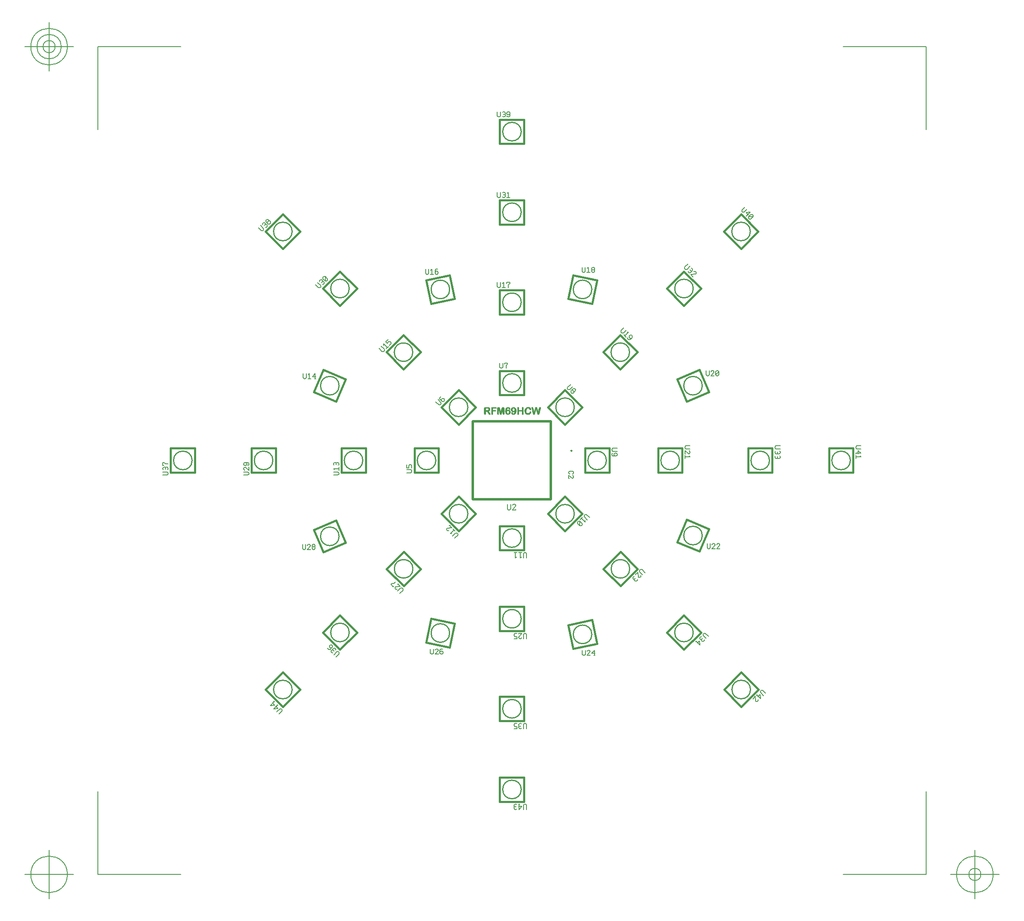
<source format=gbr>
G04 Generated by Ultiboard 14.1 *
%FSLAX24Y24*%
%MOIN*%

%ADD10C,0.0001*%
%ADD11C,0.0067*%
%ADD12C,0.0150*%
%ADD13C,0.0100*%
%ADD14C,0.0080*%
%ADD15C,0.0001*%
%ADD16C,0.0200*%
%ADD17C,0.0061*%
%ADD18C,0.0098*%
%ADD19C,0.0050*%


G04 ColorRGB FFFFFF for the following layer *
%LNSilkscreen Top*%
%LPD*%
G54D10*
G54D11*
X32341Y41214D02*
X32341Y40871D01*
X32427Y40785D01*
X32512Y40785D01*
X32597Y40871D01*
X32597Y41214D01*
X32853Y40785D02*
X32853Y41000D01*
X32981Y41128D01*
X32981Y41214D01*
X32725Y41214D01*
X32725Y41128D01*
X32149Y47734D02*
X32149Y47391D01*
X32235Y47305D01*
X32320Y47305D01*
X32405Y47391D01*
X32405Y47734D01*
X32576Y47648D02*
X32661Y47734D01*
X32661Y47305D01*
X32533Y47305D02*
X32789Y47305D01*
X33045Y47305D02*
X33045Y47520D01*
X33173Y47648D01*
X33173Y47734D01*
X32917Y47734D01*
X32917Y47648D01*
X32149Y55004D02*
X32149Y54661D01*
X32235Y54575D01*
X32320Y54575D01*
X32405Y54661D01*
X32405Y55004D01*
X32576Y54961D02*
X32619Y55004D01*
X32704Y55004D01*
X32789Y54918D01*
X32789Y54832D01*
X32747Y54790D01*
X32789Y54747D01*
X32789Y54661D01*
X32704Y54575D01*
X32619Y54575D01*
X32576Y54618D01*
X32619Y54790D02*
X32747Y54790D01*
X32960Y54918D02*
X33045Y55004D01*
X33045Y54575D01*
X32917Y54575D02*
X33173Y54575D01*
X32149Y61514D02*
X32149Y61171D01*
X32235Y61085D01*
X32320Y61085D01*
X32405Y61171D01*
X32405Y61514D01*
X32576Y61471D02*
X32619Y61514D01*
X32704Y61514D01*
X32789Y61428D01*
X32789Y61342D01*
X32747Y61300D01*
X32789Y61257D01*
X32789Y61171D01*
X32704Y61085D01*
X32619Y61085D01*
X32576Y61128D01*
X32619Y61300D02*
X32747Y61300D01*
X32917Y61171D02*
X33003Y61085D01*
X33088Y61085D01*
X33173Y61171D01*
X33173Y61342D01*
X33173Y61428D01*
X33088Y61514D01*
X33003Y61514D01*
X32917Y61428D01*
X32917Y61342D01*
X33003Y61257D01*
X33088Y61257D01*
X33173Y61342D01*
X28717Y27058D02*
X28960Y27300D01*
X28960Y27421D01*
X28900Y27481D01*
X28779Y27481D01*
X28536Y27239D01*
X28476Y27420D02*
X28355Y27420D01*
X28658Y27723D01*
X28749Y27632D02*
X28568Y27813D01*
X28235Y27661D02*
X28114Y27661D01*
X28054Y27721D01*
X28054Y27842D01*
X28084Y27873D01*
X28477Y27904D01*
X28296Y28085D01*
X28266Y28054D01*
X39592Y28727D02*
X39350Y28970D01*
X39229Y28970D01*
X39169Y28910D01*
X39169Y28789D01*
X39411Y28546D01*
X39230Y28486D02*
X39230Y28365D01*
X38927Y28668D01*
X39018Y28759D02*
X38837Y28578D01*
X38989Y28245D02*
X38989Y28124D01*
X38929Y28064D01*
X38808Y28064D01*
X38626Y28246D01*
X38626Y28367D01*
X38686Y28427D01*
X38807Y28427D01*
X38989Y28245D01*
X38808Y28064D02*
X38807Y28427D01*
X27183Y38079D02*
X27426Y37836D01*
X27547Y37836D01*
X27607Y37896D01*
X27607Y38017D01*
X27364Y38260D01*
X27606Y38501D02*
X27515Y38410D01*
X27515Y38289D01*
X27637Y38168D01*
X27697Y38108D01*
X27818Y38107D01*
X27879Y38168D01*
X27878Y38289D01*
X27818Y38349D01*
X27697Y38349D01*
X27636Y38289D01*
X27637Y38168D01*
X38059Y39477D02*
X37816Y39234D01*
X37816Y39113D01*
X37876Y39053D01*
X37997Y39053D01*
X38240Y39296D01*
X38148Y38781D02*
X38087Y38842D01*
X38088Y38963D01*
X38148Y39023D01*
X38209Y39023D01*
X38209Y39084D01*
X38269Y39145D01*
X38390Y39145D01*
X38451Y39084D01*
X38450Y38964D01*
X38390Y38903D01*
X38329Y38903D01*
X38329Y38842D01*
X38269Y38782D01*
X38148Y38781D01*
X38209Y39023D02*
X38329Y38903D01*
X41819Y34329D02*
X41476Y34329D01*
X41390Y34243D01*
X41390Y34158D01*
X41476Y34073D01*
X41819Y34073D01*
X41476Y33945D02*
X41390Y33859D01*
X41390Y33774D01*
X41476Y33689D01*
X41647Y33689D01*
X41733Y33689D01*
X41819Y33774D01*
X41819Y33859D01*
X41733Y33945D01*
X41647Y33945D01*
X41562Y33859D01*
X41562Y33774D01*
X41647Y33689D01*
X47714Y34521D02*
X47371Y34521D01*
X47285Y34435D01*
X47285Y34350D01*
X47371Y34265D01*
X47714Y34265D01*
X47628Y34137D02*
X47714Y34051D01*
X47714Y33966D01*
X47628Y33881D01*
X47585Y33881D01*
X47285Y34137D01*
X47285Y33881D01*
X47328Y33881D01*
X47628Y33710D02*
X47714Y33625D01*
X47285Y33625D01*
X47285Y33753D02*
X47285Y33497D01*
X34511Y5146D02*
X34511Y5489D01*
X34425Y5575D01*
X34340Y5575D01*
X34255Y5489D01*
X34255Y5146D01*
X33871Y5403D02*
X34127Y5403D01*
X33913Y5146D01*
X33913Y5575D01*
X33956Y5575D02*
X33871Y5575D01*
X33700Y5189D02*
X33657Y5146D01*
X33572Y5146D01*
X33487Y5232D01*
X33487Y5318D01*
X33529Y5360D01*
X33487Y5403D01*
X33487Y5489D01*
X33572Y5575D01*
X33657Y5575D01*
X33700Y5532D01*
X33657Y5360D02*
X33529Y5360D01*
X34511Y11666D02*
X34511Y12009D01*
X34425Y12095D01*
X34340Y12095D01*
X34255Y12009D01*
X34255Y11666D01*
X34084Y11709D02*
X34041Y11666D01*
X33956Y11666D01*
X33871Y11752D01*
X33871Y11838D01*
X33913Y11880D01*
X33871Y11923D01*
X33871Y12009D01*
X33956Y12095D01*
X34041Y12095D01*
X34084Y12052D01*
X34041Y11880D02*
X33913Y11880D01*
X33487Y11666D02*
X33743Y11666D01*
X33743Y11838D01*
X33572Y11838D01*
X33487Y11923D01*
X33487Y12009D01*
X33572Y12095D01*
X33743Y12095D01*
X14527Y12858D02*
X14770Y13100D01*
X14770Y13221D01*
X14710Y13281D01*
X14589Y13281D01*
X14346Y13039D01*
X14257Y13492D02*
X14438Y13311D01*
X14105Y13280D01*
X14408Y13583D01*
X14438Y13553D02*
X14378Y13613D01*
X13985Y13763D02*
X14166Y13582D01*
X13833Y13551D01*
X14136Y13854D01*
X14167Y13824D02*
X14106Y13885D01*
X53812Y14527D02*
X53570Y14770D01*
X53449Y14770D01*
X53389Y14710D01*
X53389Y14589D01*
X53631Y14346D01*
X53178Y14257D02*
X53359Y14438D01*
X53390Y14105D01*
X53087Y14408D01*
X53117Y14438D02*
X53057Y14378D01*
X53209Y14045D02*
X53209Y13924D01*
X53149Y13864D01*
X53028Y13864D01*
X52997Y13894D01*
X52966Y14287D01*
X52785Y14106D01*
X52816Y14076D01*
X19137Y17468D02*
X19380Y17710D01*
X19380Y17831D01*
X19320Y17891D01*
X19199Y17891D01*
X18956Y17649D01*
X18866Y17800D02*
X18805Y17799D01*
X18745Y17860D01*
X18745Y17981D01*
X18806Y18041D01*
X18866Y18041D01*
X18867Y18102D01*
X18927Y18163D01*
X19048Y18163D01*
X19108Y18102D01*
X19108Y18042D01*
X18957Y17951D02*
X18866Y18041D01*
X18443Y18161D02*
X18534Y18071D01*
X18655Y18071D01*
X18776Y18192D01*
X18837Y18253D01*
X18837Y18374D01*
X18777Y18434D01*
X18656Y18434D01*
X18595Y18373D01*
X18595Y18252D01*
X18655Y18192D01*
X18776Y18192D01*
X26747Y18117D02*
X26747Y17774D01*
X26832Y17689D01*
X26917Y17689D01*
X27003Y17774D01*
X27003Y18117D01*
X27131Y18031D02*
X27216Y18117D01*
X27301Y18117D01*
X27387Y18031D01*
X27387Y17989D01*
X27131Y17689D01*
X27387Y17689D01*
X27387Y17731D01*
X27728Y18117D02*
X27600Y18117D01*
X27515Y18031D01*
X27515Y17860D01*
X27515Y17774D01*
X27600Y17689D01*
X27685Y17689D01*
X27771Y17774D01*
X27771Y17860D01*
X27685Y17946D01*
X27600Y17946D01*
X27515Y17860D01*
X39006Y18017D02*
X39006Y17674D01*
X39091Y17589D01*
X39177Y17589D01*
X39262Y17674D01*
X39262Y18017D01*
X39390Y17931D02*
X39475Y18017D01*
X39561Y18017D01*
X39646Y17931D01*
X39646Y17889D01*
X39390Y17589D01*
X39646Y17589D01*
X39646Y17631D01*
X40030Y17760D02*
X39774Y17760D01*
X39987Y18017D01*
X39987Y17589D01*
X39945Y17589D02*
X40030Y17589D01*
X49192Y19137D02*
X48950Y19380D01*
X48829Y19380D01*
X48769Y19320D01*
X48769Y19199D01*
X49011Y18956D01*
X48860Y18866D02*
X48861Y18805D01*
X48800Y18745D01*
X48679Y18745D01*
X48619Y18806D01*
X48619Y18866D01*
X48558Y18867D01*
X48497Y18927D01*
X48497Y19048D01*
X48558Y19108D01*
X48618Y19108D01*
X48709Y18957D02*
X48619Y18866D01*
X48287Y18595D02*
X48468Y18776D01*
X48499Y18443D01*
X48196Y18746D01*
X48226Y18777D02*
X48165Y18716D01*
X34511Y18936D02*
X34511Y19279D01*
X34425Y19365D01*
X34340Y19365D01*
X34255Y19279D01*
X34255Y18936D01*
X34127Y19022D02*
X34041Y18936D01*
X33956Y18936D01*
X33871Y19022D01*
X33871Y19065D01*
X34127Y19365D01*
X33871Y19365D01*
X33871Y19322D01*
X33487Y18936D02*
X33743Y18936D01*
X33743Y19108D01*
X33572Y19108D01*
X33487Y19193D01*
X33487Y19279D01*
X33572Y19365D01*
X33743Y19365D01*
X24277Y22608D02*
X24520Y22850D01*
X24520Y22971D01*
X24460Y23031D01*
X24339Y23031D01*
X24096Y22789D01*
X24066Y22940D02*
X23945Y22939D01*
X23885Y23000D01*
X23885Y23121D01*
X23916Y23151D01*
X24309Y23182D01*
X24128Y23363D01*
X24097Y23333D01*
X23947Y23544D02*
X23795Y23393D01*
X23614Y23392D01*
X23553Y23332D01*
X23734Y23151D01*
X23795Y23211D01*
X34511Y25456D02*
X34511Y25799D01*
X34425Y25885D01*
X34340Y25885D01*
X34255Y25799D01*
X34255Y25456D01*
X34084Y25542D02*
X33999Y25456D01*
X33999Y25885D01*
X34127Y25885D02*
X33871Y25885D01*
X33700Y25542D02*
X33615Y25456D01*
X33615Y25885D01*
X33743Y25885D02*
X33487Y25885D01*
X44062Y24277D02*
X43820Y24520D01*
X43699Y24520D01*
X43639Y24460D01*
X43639Y24339D01*
X43881Y24096D01*
X43730Y24066D02*
X43731Y23945D01*
X43670Y23885D01*
X43549Y23885D01*
X43519Y23916D01*
X43488Y24309D01*
X43307Y24128D01*
X43337Y24097D01*
X43459Y23734D02*
X43459Y23674D01*
X43399Y23614D01*
X43278Y23614D01*
X43217Y23674D01*
X43217Y23735D01*
X43157Y23735D01*
X43096Y23796D01*
X43096Y23917D01*
X43156Y23977D01*
X43216Y23977D01*
X43308Y23825D02*
X43217Y23735D01*
X16423Y26567D02*
X16423Y26224D01*
X16508Y26139D01*
X16593Y26139D01*
X16679Y26224D01*
X16679Y26567D01*
X16807Y26481D02*
X16892Y26567D01*
X16977Y26567D01*
X17063Y26481D01*
X17063Y26439D01*
X16807Y26139D01*
X17063Y26139D01*
X17063Y26181D01*
X17361Y26139D02*
X17276Y26139D01*
X17191Y26224D01*
X17191Y26310D01*
X17233Y26353D01*
X17191Y26396D01*
X17191Y26481D01*
X17276Y26567D01*
X17361Y26567D01*
X17447Y26481D01*
X17447Y26396D01*
X17404Y26353D01*
X17447Y26310D01*
X17447Y26224D01*
X17361Y26139D01*
X17233Y26353D02*
X17404Y26353D01*
X49093Y26637D02*
X49093Y26294D01*
X49178Y26209D01*
X49263Y26209D01*
X49349Y26294D01*
X49349Y26637D01*
X49477Y26551D02*
X49562Y26637D01*
X49647Y26637D01*
X49733Y26551D01*
X49733Y26509D01*
X49477Y26209D01*
X49733Y26209D01*
X49733Y26251D01*
X49861Y26551D02*
X49946Y26637D01*
X50031Y26637D01*
X50117Y26551D01*
X50117Y26509D01*
X49861Y26209D01*
X50117Y26209D01*
X50117Y26251D01*
X5146Y32159D02*
X5489Y32159D01*
X5575Y32245D01*
X5575Y32330D01*
X5489Y32415D01*
X5146Y32415D01*
X5189Y32586D02*
X5146Y32629D01*
X5146Y32714D01*
X5232Y32799D01*
X5318Y32799D01*
X5360Y32757D01*
X5403Y32799D01*
X5489Y32799D01*
X5575Y32714D01*
X5575Y32629D01*
X5532Y32586D01*
X5360Y32629D02*
X5360Y32757D01*
X5575Y33055D02*
X5360Y33055D01*
X5232Y33183D01*
X5146Y33183D01*
X5146Y32927D01*
X5232Y32927D01*
X11666Y32159D02*
X12009Y32159D01*
X12095Y32245D01*
X12095Y32330D01*
X12009Y32415D01*
X11666Y32415D01*
X11752Y32543D02*
X11666Y32629D01*
X11666Y32714D01*
X11752Y32799D01*
X11795Y32799D01*
X12095Y32543D01*
X12095Y32799D01*
X12052Y32799D01*
X12009Y32927D02*
X12095Y33013D01*
X12095Y33098D01*
X12009Y33183D01*
X11838Y33183D01*
X11752Y33183D01*
X11666Y33098D01*
X11666Y33013D01*
X11752Y32927D01*
X11838Y32927D01*
X11923Y33013D01*
X11923Y33098D01*
X11838Y33183D01*
X18926Y32159D02*
X19269Y32159D01*
X19355Y32245D01*
X19355Y32330D01*
X19269Y32415D01*
X18926Y32415D01*
X19012Y32586D02*
X18926Y32671D01*
X19355Y32671D01*
X19355Y32543D02*
X19355Y32799D01*
X18969Y32970D02*
X18926Y33013D01*
X18926Y33098D01*
X19012Y33183D01*
X19098Y33183D01*
X19140Y33141D01*
X19183Y33183D01*
X19269Y33183D01*
X19355Y33098D01*
X19355Y33013D01*
X19312Y32970D01*
X19140Y33013D02*
X19140Y33141D01*
X24821Y32351D02*
X25164Y32351D01*
X25250Y32437D01*
X25250Y32522D01*
X25164Y32607D01*
X24821Y32607D01*
X24821Y32991D02*
X24821Y32735D01*
X24993Y32735D01*
X24993Y32906D01*
X25078Y32991D01*
X25164Y32991D01*
X25250Y32906D01*
X25250Y32735D01*
X54984Y34521D02*
X54641Y34521D01*
X54555Y34435D01*
X54555Y34350D01*
X54641Y34265D01*
X54984Y34265D01*
X54941Y34094D02*
X54984Y34051D01*
X54984Y33966D01*
X54898Y33881D01*
X54812Y33881D01*
X54770Y33923D01*
X54727Y33881D01*
X54641Y33881D01*
X54555Y33966D01*
X54555Y34051D01*
X54598Y34094D01*
X54770Y34051D02*
X54770Y33923D01*
X54941Y33710D02*
X54984Y33667D01*
X54984Y33582D01*
X54898Y33497D01*
X54812Y33497D01*
X54770Y33539D01*
X54727Y33497D01*
X54641Y33497D01*
X54555Y33582D01*
X54555Y33667D01*
X54598Y33710D01*
X54770Y33667D02*
X54770Y33539D01*
X61514Y34521D02*
X61171Y34521D01*
X61085Y34435D01*
X61085Y34350D01*
X61171Y34265D01*
X61514Y34265D01*
X61257Y33881D02*
X61257Y34137D01*
X61514Y33923D01*
X61085Y33923D01*
X61085Y33966D02*
X61085Y33881D01*
X61428Y33710D02*
X61514Y33625D01*
X61085Y33625D01*
X61085Y33753D02*
X61085Y33497D01*
X16467Y40362D02*
X16467Y40019D01*
X16553Y39933D01*
X16638Y39933D01*
X16723Y40019D01*
X16723Y40362D01*
X16894Y40276D02*
X16979Y40362D01*
X16979Y39933D01*
X16851Y39933D02*
X17107Y39933D01*
X17491Y40105D02*
X17235Y40105D01*
X17449Y40362D01*
X17449Y39933D01*
X17406Y39933D02*
X17491Y39933D01*
X49003Y40597D02*
X49003Y40254D01*
X49088Y40169D01*
X49173Y40169D01*
X49259Y40254D01*
X49259Y40597D01*
X49387Y40511D02*
X49472Y40597D01*
X49557Y40597D01*
X49643Y40511D01*
X49643Y40469D01*
X49387Y40169D01*
X49643Y40169D01*
X49643Y40211D01*
X49771Y40511D02*
X49856Y40597D01*
X49941Y40597D01*
X50027Y40511D01*
X50027Y40254D01*
X49941Y40169D01*
X49856Y40169D01*
X49771Y40254D01*
X49771Y40511D01*
X50027Y40511D02*
X49771Y40254D01*
X22598Y42393D02*
X22840Y42150D01*
X22961Y42150D01*
X23021Y42210D01*
X23021Y42331D01*
X22779Y42574D01*
X22960Y42634D02*
X22960Y42755D01*
X23263Y42452D01*
X23172Y42361D02*
X23353Y42542D01*
X23322Y43117D02*
X23141Y42936D01*
X23262Y42815D01*
X23382Y42935D01*
X23503Y42935D01*
X23564Y42874D01*
X23564Y42753D01*
X23444Y42633D01*
X42383Y44062D02*
X42140Y43820D01*
X42140Y43699D01*
X42200Y43639D01*
X42321Y43639D01*
X42564Y43881D01*
X42624Y43700D02*
X42745Y43700D01*
X42442Y43397D01*
X42351Y43488D02*
X42532Y43307D01*
X42683Y43277D02*
X42683Y43156D01*
X42743Y43096D01*
X42864Y43096D01*
X42986Y43217D01*
X43046Y43278D01*
X43046Y43399D01*
X42986Y43459D01*
X42865Y43459D01*
X42805Y43398D01*
X42804Y43277D01*
X42865Y43217D01*
X42986Y43217D01*
X17468Y47533D02*
X17710Y47290D01*
X17831Y47290D01*
X17891Y47350D01*
X17891Y47471D01*
X17649Y47714D01*
X17800Y47804D02*
X17799Y47865D01*
X17860Y47925D01*
X17981Y47925D01*
X18041Y47864D01*
X18041Y47804D01*
X18102Y47803D01*
X18163Y47743D01*
X18163Y47622D01*
X18102Y47562D01*
X18042Y47562D01*
X17951Y47713D02*
X18041Y47804D01*
X18071Y48015D02*
X18071Y48136D01*
X18131Y48196D01*
X18252Y48196D01*
X18434Y48014D01*
X18434Y47893D01*
X18374Y47833D01*
X18253Y47833D01*
X18071Y48015D01*
X18252Y48196D02*
X18253Y47833D01*
X47523Y49202D02*
X47280Y48960D01*
X47280Y48839D01*
X47340Y48779D01*
X47461Y48779D01*
X47704Y49021D01*
X47794Y48870D02*
X47855Y48871D01*
X47915Y48810D01*
X47915Y48689D01*
X47854Y48629D01*
X47794Y48629D01*
X47793Y48568D01*
X47733Y48507D01*
X47612Y48507D01*
X47552Y48568D01*
X47552Y48628D01*
X47703Y48719D02*
X47794Y48629D01*
X48005Y48599D02*
X48126Y48599D01*
X48186Y48539D01*
X48186Y48418D01*
X48156Y48387D01*
X47763Y48356D01*
X47944Y48175D01*
X47974Y48206D01*
X26353Y48797D02*
X26353Y48454D01*
X26438Y48369D01*
X26523Y48369D01*
X26609Y48454D01*
X26609Y48797D01*
X26779Y48711D02*
X26865Y48797D01*
X26865Y48369D01*
X26737Y48369D02*
X26993Y48369D01*
X27334Y48797D02*
X27206Y48797D01*
X27121Y48711D01*
X27121Y48540D01*
X27121Y48454D01*
X27206Y48369D01*
X27291Y48369D01*
X27377Y48454D01*
X27377Y48540D01*
X27291Y48626D01*
X27206Y48626D01*
X27121Y48540D01*
X38987Y48947D02*
X38987Y48604D01*
X39072Y48519D01*
X39157Y48519D01*
X39243Y48604D01*
X39243Y48947D01*
X39413Y48861D02*
X39499Y48947D01*
X39499Y48519D01*
X39371Y48519D02*
X39627Y48519D01*
X39925Y48519D02*
X39840Y48519D01*
X39755Y48604D01*
X39755Y48690D01*
X39797Y48733D01*
X39755Y48776D01*
X39755Y48861D01*
X39840Y48947D01*
X39925Y48947D01*
X40011Y48861D01*
X40011Y48776D01*
X39968Y48733D01*
X40011Y48690D01*
X40011Y48604D01*
X39925Y48519D01*
X39797Y48733D02*
X39968Y48733D01*
X12858Y52143D02*
X13100Y51900D01*
X13221Y51900D01*
X13281Y51960D01*
X13281Y52081D01*
X13039Y52324D01*
X13190Y52414D02*
X13189Y52475D01*
X13250Y52535D01*
X13371Y52535D01*
X13431Y52474D01*
X13431Y52414D01*
X13492Y52413D01*
X13553Y52353D01*
X13553Y52232D01*
X13492Y52172D01*
X13432Y52172D01*
X13341Y52323D02*
X13431Y52414D01*
X13824Y52503D02*
X13764Y52443D01*
X13643Y52443D01*
X13582Y52504D01*
X13582Y52564D01*
X13522Y52565D01*
X13461Y52625D01*
X13461Y52746D01*
X13521Y52806D01*
X13642Y52806D01*
X13703Y52746D01*
X13703Y52685D01*
X13763Y52685D01*
X13824Y52624D01*
X13824Y52503D01*
X13582Y52564D02*
X13703Y52685D01*
X52133Y53812D02*
X51890Y53570D01*
X51890Y53449D01*
X51950Y53389D01*
X52071Y53389D01*
X52314Y53631D01*
X52403Y53178D02*
X52222Y53359D01*
X52555Y53390D01*
X52252Y53087D01*
X52222Y53117D02*
X52282Y53057D01*
X52615Y53209D02*
X52736Y53209D01*
X52796Y53149D01*
X52796Y53028D01*
X52614Y52846D01*
X52493Y52846D01*
X52433Y52906D01*
X52433Y53027D01*
X52615Y53209D01*
X52796Y53028D02*
X52433Y53027D01*
G54D12*
X32350Y40580D02*
X34310Y40580D01*
X34310Y38620D01*
X32350Y38620D01*
X32350Y40580D01*
X32350Y47100D02*
X34310Y47100D01*
X34310Y45140D01*
X32350Y45140D01*
X32350Y47100D01*
X32350Y54370D02*
X34310Y54370D01*
X34310Y52410D01*
X32350Y52410D01*
X32350Y54370D01*
X32350Y60880D02*
X34310Y60880D01*
X34310Y58920D01*
X32350Y58920D01*
X32350Y60880D01*
X29024Y27648D02*
X30409Y29034D01*
X29024Y30419D01*
X27638Y29034D01*
X29024Y27648D01*
X39002Y29034D02*
X37616Y30419D01*
X36231Y29034D01*
X37616Y27648D01*
X39002Y29034D01*
X27638Y37636D02*
X29024Y36251D01*
X30409Y37636D01*
X29024Y39022D01*
X27638Y37636D01*
X37616Y39022D02*
X36231Y37636D01*
X37616Y36251D01*
X39002Y37636D01*
X37616Y39022D01*
X41185Y34320D02*
X39225Y34320D01*
X39225Y32360D01*
X41185Y32360D01*
X41185Y34320D01*
X47080Y34320D02*
X45120Y34320D01*
X45120Y32360D01*
X47080Y32360D01*
X47080Y34320D01*
X34310Y5780D02*
X32350Y5780D01*
X32350Y7740D01*
X34310Y7740D01*
X34310Y5780D01*
X34310Y12300D02*
X32350Y12300D01*
X32350Y14260D01*
X34310Y14260D01*
X34310Y12300D01*
X14834Y13448D02*
X16219Y14834D01*
X14834Y16219D01*
X13448Y14834D01*
X14834Y13448D01*
X53222Y14834D02*
X51836Y16219D01*
X50451Y14834D01*
X51836Y13448D01*
X53222Y14834D01*
X19444Y18058D02*
X20829Y19444D01*
X19444Y20829D01*
X18058Y19444D01*
X19444Y18058D01*
X28306Y18238D02*
X28713Y20155D01*
X26796Y20562D01*
X26389Y18645D01*
X28306Y18238D01*
X40191Y18535D02*
X39784Y20452D01*
X37867Y20045D01*
X38274Y18128D01*
X40191Y18535D01*
X48602Y19444D02*
X47216Y20829D01*
X45831Y19444D01*
X47216Y18058D01*
X48602Y19444D01*
X34310Y19570D02*
X32350Y19570D01*
X32350Y21530D01*
X34310Y21530D01*
X34310Y19570D01*
X24584Y23198D02*
X25969Y24584D01*
X24584Y25969D01*
X23198Y24584D01*
X24584Y23198D01*
X34310Y26090D02*
X32350Y26090D01*
X32350Y28050D01*
X34310Y28050D01*
X34310Y26090D01*
X43472Y24584D02*
X42086Y25969D01*
X40701Y24584D01*
X42086Y23198D01*
X43472Y24584D01*
X18105Y25925D02*
X19910Y26691D01*
X19144Y28495D01*
X17340Y27729D01*
X18105Y25925D01*
X49230Y27789D02*
X47426Y28555D01*
X46660Y26751D01*
X48465Y25985D01*
X49230Y27789D01*
X5780Y32360D02*
X7740Y32360D01*
X7740Y34320D01*
X5780Y34320D01*
X5780Y32360D01*
X12300Y32360D02*
X14260Y32360D01*
X14260Y34320D01*
X12300Y34320D01*
X12300Y32360D01*
X19560Y32360D02*
X21520Y32360D01*
X21520Y34320D01*
X19560Y34320D01*
X19560Y32360D01*
X25455Y32360D02*
X27415Y32360D01*
X27415Y34320D01*
X25455Y34320D01*
X25455Y32360D01*
X54350Y34320D02*
X52390Y34320D01*
X52390Y32360D01*
X54350Y32360D01*
X54350Y34320D01*
X60880Y34320D02*
X58920Y34320D01*
X58920Y32360D01*
X60880Y32360D01*
X60880Y34320D01*
X17340Y38859D02*
X19144Y38093D01*
X19910Y39897D01*
X18105Y40663D01*
X17340Y38859D01*
X48465Y40663D02*
X46660Y39897D01*
X47426Y38093D01*
X49230Y38859D01*
X48465Y40663D01*
X23188Y42086D02*
X24574Y40701D01*
X25959Y42086D01*
X24574Y43472D01*
X23188Y42086D01*
X42076Y43472D02*
X40691Y42086D01*
X42076Y40701D01*
X43462Y42086D01*
X42076Y43472D01*
X18058Y47226D02*
X19444Y45841D01*
X20829Y47226D01*
X19444Y48612D01*
X18058Y47226D01*
X47216Y48612D02*
X45831Y47226D01*
X47216Y45841D01*
X48602Y47226D01*
X47216Y48612D01*
X26389Y47910D02*
X26796Y45993D01*
X28713Y46400D01*
X28306Y48317D01*
X26389Y47910D01*
X38275Y48317D02*
X37868Y46400D01*
X39785Y45993D01*
X40192Y47910D01*
X38275Y48317D01*
X13448Y51836D02*
X14834Y50451D01*
X16219Y51836D01*
X14834Y53222D01*
X13448Y51836D01*
X51826Y53222D02*
X50441Y51836D01*
X51826Y50451D01*
X53212Y51836D01*
X51826Y53222D01*
G54D13*
X32580Y39600D02*
G75*
D01*
G02X32580Y39600I750J0*
G01*
X32580Y46120D02*
G75*
D01*
G02X32580Y46120I750J0*
G01*
X32580Y53390D02*
G75*
D01*
G02X32580Y53390I750J0*
G01*
X32580Y59900D02*
G75*
D01*
G02X32580Y59900I750J0*
G01*
X28274Y29034D02*
G75*
D01*
G02X28274Y29034I750J0*
G01*
X36866Y29034D02*
G75*
D01*
G02X36866Y29034I750J0*
G01*
X28274Y37636D02*
G75*
D01*
G02X28274Y37636I750J0*
G01*
X36866Y37636D02*
G75*
D01*
G02X36866Y37636I750J0*
G01*
X39455Y33340D02*
G75*
D01*
G02X39455Y33340I750J0*
G01*
X45350Y33340D02*
G75*
D01*
G02X45350Y33340I750J0*
G01*
X32580Y6760D02*
G75*
D01*
G02X32580Y6760I750J0*
G01*
X32580Y13280D02*
G75*
D01*
G02X32580Y13280I750J0*
G01*
X14084Y14834D02*
G75*
D01*
G02X14084Y14834I750J0*
G01*
X51086Y14834D02*
G75*
D01*
G02X51086Y14834I750J0*
G01*
X18694Y19444D02*
G75*
D01*
G02X18694Y19444I750J0*
G01*
X26801Y19400D02*
G75*
D01*
G02X26801Y19400I750J0*
G01*
X38279Y19290D02*
G75*
D01*
G02X38279Y19290I750J0*
G01*
X46466Y19444D02*
G75*
D01*
G02X46466Y19444I750J0*
G01*
X32580Y20550D02*
G75*
D01*
G02X32580Y20550I750J0*
G01*
X23834Y24584D02*
G75*
D01*
G02X23834Y24584I750J0*
G01*
X32580Y27070D02*
G75*
D01*
G02X32580Y27070I750J0*
G01*
X41336Y24584D02*
G75*
D01*
G02X41336Y24584I750J0*
G01*
X17875Y27210D02*
G75*
D01*
G02X17875Y27210I750J0*
G01*
X47195Y27270D02*
G75*
D01*
G02X47195Y27270I750J0*
G01*
X6010Y33340D02*
G75*
D01*
G02X6010Y33340I750J0*
G01*
X12530Y33340D02*
G75*
D01*
G02X12530Y33340I750J0*
G01*
X19790Y33340D02*
G75*
D01*
G02X19790Y33340I750J0*
G01*
X25685Y33340D02*
G75*
D01*
G02X25685Y33340I750J0*
G01*
X52620Y33340D02*
G75*
D01*
G02X52620Y33340I750J0*
G01*
X59150Y33340D02*
G75*
D01*
G02X59150Y33340I750J0*
G01*
X17875Y39378D02*
G75*
D01*
G02X17875Y39378I750J0*
G01*
X47195Y39378D02*
G75*
D01*
G02X47195Y39378I750J0*
G01*
X23824Y42086D02*
G75*
D01*
G02X23824Y42086I750J0*
G01*
X41326Y42086D02*
G75*
D01*
G02X41326Y42086I750J0*
G01*
X18694Y47226D02*
G75*
D01*
G02X18694Y47226I750J0*
G01*
X46466Y47226D02*
G75*
D01*
G02X46466Y47226I750J0*
G01*
X26801Y47155D02*
G75*
D01*
G02X26801Y47155I750J0*
G01*
X38280Y47155D02*
G75*
D01*
G02X38280Y47155I750J0*
G01*
X14084Y51836D02*
G75*
D01*
G02X14084Y51836I750J0*
G01*
X51076Y51836D02*
G75*
D01*
G02X51076Y51836I750J0*
G01*
G54D14*
X32956Y29814D02*
X32956Y29442D01*
X33049Y29349D01*
X33141Y29349D01*
X33234Y29442D01*
X33234Y29814D01*
X33372Y29721D02*
X33465Y29814D01*
X33557Y29814D01*
X33650Y29721D01*
X33650Y29674D01*
X33372Y29349D01*
X33650Y29349D01*
X33650Y29396D01*
G54D15*
G36*
X31435Y37634D02*
X31435Y37634D01*
X31408Y37639D01*
X31418Y37519D01*
X31435Y37634D01*
D02*
G37*
X31408Y37639D01*
X31418Y37519D01*
X31435Y37634D01*
G36*
X31435Y37634D01*
X31418Y37519D01*
X31428Y37500D01*
X31435Y37634D01*
D02*
G37*
X31418Y37519D01*
X31428Y37500D01*
X31435Y37634D01*
G36*
X31435Y37634D01*
X31428Y37500D01*
X31431Y37477D01*
X31435Y37634D01*
D02*
G37*
X31428Y37500D01*
X31431Y37477D01*
X31435Y37634D01*
G36*
X31435Y37634D01*
X31431Y37477D01*
X31467Y37350D01*
X31435Y37634D01*
D02*
G37*
X31431Y37477D01*
X31467Y37350D01*
X31435Y37634D01*
G36*
X31435Y37634D01*
X31467Y37350D01*
X31458Y37625D01*
X31435Y37634D01*
D02*
G37*
X31467Y37350D01*
X31458Y37625D01*
X31435Y37634D01*
G36*
X31305Y37555D02*
X31305Y37555D01*
X31341Y37642D01*
X31198Y37555D01*
X31305Y37555D01*
D02*
G37*
X31341Y37642D01*
X31198Y37555D01*
X31305Y37555D01*
G36*
X31341Y37642D02*
X31341Y37642D01*
X31305Y37555D01*
X31355Y37553D01*
X31341Y37642D01*
D02*
G37*
X31305Y37555D01*
X31355Y37553D01*
X31341Y37642D01*
G36*
X31355Y37553D02*
X31355Y37553D01*
X31378Y37641D01*
X31341Y37642D01*
X31355Y37553D01*
D02*
G37*
X31378Y37641D01*
X31341Y37642D01*
X31355Y37553D01*
G36*
X31378Y37641D02*
X31378Y37641D01*
X31355Y37553D01*
X31385Y37546D01*
X31378Y37641D01*
D02*
G37*
X31355Y37553D01*
X31385Y37546D01*
X31378Y37641D01*
G36*
X31385Y37546D02*
X31385Y37546D01*
X31408Y37639D01*
X31378Y37641D01*
X31385Y37546D01*
D02*
G37*
X31408Y37639D01*
X31378Y37641D01*
X31385Y37546D01*
G36*
X31408Y37639D02*
X31408Y37639D01*
X31385Y37546D01*
X31404Y37535D01*
X31408Y37639D01*
D02*
G37*
X31385Y37546D01*
X31404Y37535D01*
X31408Y37639D01*
G36*
X31404Y37535D02*
X31404Y37535D01*
X31418Y37519D01*
X31408Y37639D01*
X31404Y37535D01*
D02*
G37*
X31418Y37519D01*
X31408Y37639D01*
X31404Y37535D01*
G36*
X31198Y37555D02*
X31198Y37555D01*
X31341Y37642D01*
X31153Y37642D01*
X31198Y37555D01*
D02*
G37*
X31341Y37642D01*
X31153Y37642D01*
X31198Y37555D01*
G36*
X31198Y37555D01*
X31153Y37642D01*
X31163Y37064D01*
X31198Y37555D01*
D02*
G37*
X31153Y37642D01*
X31163Y37064D01*
X31198Y37555D01*
G36*
X31198Y37555D01*
X31163Y37064D01*
X31182Y37077D01*
X31198Y37555D01*
D02*
G37*
X31163Y37064D01*
X31182Y37077D01*
X31198Y37555D01*
G36*
X31198Y37555D01*
X31182Y37077D01*
X31194Y37099D01*
X31198Y37555D01*
D02*
G37*
X31182Y37077D01*
X31194Y37099D01*
X31198Y37555D01*
G36*
X31198Y37555D01*
X31194Y37099D01*
X31198Y37130D01*
X31198Y37555D01*
D02*
G37*
X31194Y37099D01*
X31198Y37130D01*
X31198Y37555D01*
G36*
X31198Y37555D01*
X31198Y37130D01*
X31198Y37314D01*
X31198Y37555D01*
D02*
G37*
X31198Y37130D01*
X31198Y37314D01*
X31198Y37555D01*
G36*
X31198Y37555D01*
X31198Y37314D01*
X31198Y37397D01*
X31198Y37555D01*
D02*
G37*
X31198Y37314D01*
X31198Y37397D01*
X31198Y37555D01*
G36*
X31153Y37642D02*
X31153Y37642D01*
X31140Y37060D01*
X31163Y37064D01*
X31153Y37642D01*
D02*
G37*
X31140Y37060D01*
X31163Y37064D01*
X31153Y37642D01*
G36*
X31140Y37060D02*
X31140Y37060D01*
X31153Y37642D01*
X31120Y37638D01*
X31140Y37060D01*
D02*
G37*
X31153Y37642D01*
X31120Y37638D01*
X31140Y37060D01*
G36*
X31120Y37638D02*
X31120Y37638D01*
X31115Y37064D01*
X31140Y37060D01*
X31120Y37638D01*
D02*
G37*
X31115Y37064D01*
X31140Y37060D01*
X31120Y37638D01*
G36*
X31115Y37064D02*
X31115Y37064D01*
X31120Y37638D01*
X31099Y37625D01*
X31115Y37064D01*
D02*
G37*
X31120Y37638D01*
X31099Y37625D01*
X31115Y37064D01*
G36*
X31099Y37625D02*
X31099Y37625D01*
X31097Y37078D01*
X31115Y37064D01*
X31099Y37625D01*
D02*
G37*
X31097Y37078D01*
X31115Y37064D01*
X31099Y37625D01*
G36*
X31097Y37078D02*
X31097Y37078D01*
X31099Y37625D01*
X31086Y37603D01*
X31097Y37078D01*
D02*
G37*
X31099Y37625D01*
X31086Y37603D01*
X31097Y37078D01*
G36*
X31086Y37603D02*
X31086Y37603D01*
X31086Y37100D01*
X31097Y37078D01*
X31086Y37603D01*
D02*
G37*
X31086Y37100D01*
X31097Y37078D01*
X31086Y37603D01*
G36*
X31086Y37100D02*
X31086Y37100D01*
X31086Y37603D01*
X31082Y37571D01*
X31086Y37100D01*
D02*
G37*
X31086Y37603D01*
X31082Y37571D01*
X31086Y37100D01*
G36*
X31082Y37571D02*
X31082Y37571D01*
X31082Y37130D01*
X31086Y37100D01*
X31082Y37571D01*
D02*
G37*
X31082Y37130D01*
X31086Y37100D01*
X31082Y37571D01*
G36*
X31545Y37515D02*
X31545Y37515D01*
X31546Y37454D01*
X31548Y37485D01*
X31545Y37515D01*
D02*
G37*
X31546Y37454D01*
X31548Y37485D01*
X31545Y37515D01*
G36*
X31546Y37454D02*
X31546Y37454D01*
X31545Y37515D01*
X31537Y37544D01*
X31546Y37454D01*
D02*
G37*
X31545Y37515D01*
X31537Y37544D01*
X31546Y37454D01*
G36*
X31537Y37544D02*
X31537Y37544D01*
X31528Y37403D01*
X31546Y37454D01*
X31537Y37544D01*
D02*
G37*
X31528Y37403D01*
X31546Y37454D01*
X31537Y37544D01*
G36*
X31528Y37403D02*
X31528Y37403D01*
X31537Y37544D01*
X31524Y37570D01*
X31528Y37403D01*
D02*
G37*
X31537Y37544D01*
X31524Y37570D01*
X31528Y37403D01*
G36*
X31524Y37570D02*
X31524Y37570D01*
X31512Y37382D01*
X31528Y37403D01*
X31524Y37570D01*
D02*
G37*
X31512Y37382D01*
X31528Y37403D01*
X31524Y37570D01*
G36*
X31512Y37382D02*
X31512Y37382D01*
X31524Y37570D01*
X31506Y37593D01*
X31512Y37382D01*
D02*
G37*
X31524Y37570D01*
X31506Y37593D01*
X31512Y37382D01*
G36*
X31506Y37593D02*
X31506Y37593D01*
X31484Y37611D01*
X31512Y37382D01*
X31506Y37593D01*
D02*
G37*
X31484Y37611D01*
X31512Y37382D01*
X31506Y37593D01*
G36*
X31484Y37611D02*
X31484Y37611D01*
X31458Y37625D01*
X31467Y37350D01*
X31484Y37611D01*
D02*
G37*
X31458Y37625D01*
X31467Y37350D01*
X31484Y37611D01*
G36*
X31484Y37611D01*
X31467Y37350D01*
X31512Y37382D01*
X31484Y37611D01*
D02*
G37*
X31467Y37350D01*
X31512Y37382D01*
X31484Y37611D01*
G36*
X31330Y37276D02*
X31330Y37276D01*
X31340Y37399D01*
X31310Y37294D01*
X31330Y37276D01*
D02*
G37*
X31340Y37399D01*
X31310Y37294D01*
X31330Y37276D01*
G36*
X31340Y37399D02*
X31340Y37399D01*
X31330Y37276D01*
X31351Y37248D01*
X31340Y37399D01*
D02*
G37*
X31330Y37276D01*
X31351Y37248D01*
X31340Y37399D01*
G36*
X31351Y37248D02*
X31351Y37248D01*
X31372Y37405D01*
X31340Y37399D01*
X31351Y37248D01*
D02*
G37*
X31372Y37405D01*
X31340Y37399D01*
X31351Y37248D01*
G36*
X31372Y37405D02*
X31372Y37405D01*
X31351Y37248D01*
X31374Y37211D01*
X31372Y37405D01*
D02*
G37*
X31351Y37248D01*
X31374Y37211D01*
X31372Y37405D01*
G36*
X31374Y37211D02*
X31374Y37211D01*
X31397Y37414D01*
X31372Y37405D01*
X31374Y37211D01*
D02*
G37*
X31397Y37414D01*
X31372Y37405D01*
X31374Y37211D01*
G36*
X31397Y37414D02*
X31397Y37414D01*
X31374Y37211D01*
X31402Y37328D01*
X31397Y37414D01*
D02*
G37*
X31374Y37211D01*
X31402Y37328D01*
X31397Y37414D01*
G36*
X31402Y37328D02*
X31402Y37328D01*
X31416Y37429D01*
X31397Y37414D01*
X31402Y37328D01*
D02*
G37*
X31416Y37429D01*
X31397Y37414D01*
X31402Y37328D01*
G36*
X31416Y37429D02*
X31416Y37429D01*
X31402Y37328D01*
X31467Y37350D01*
X31416Y37429D01*
D02*
G37*
X31402Y37328D01*
X31467Y37350D01*
X31416Y37429D01*
G36*
X31467Y37350D02*
X31467Y37350D01*
X31427Y37450D01*
X31416Y37429D01*
X31467Y37350D01*
D02*
G37*
X31427Y37450D01*
X31416Y37429D01*
X31467Y37350D01*
G36*
X31427Y37450D02*
X31427Y37450D01*
X31467Y37350D01*
X31431Y37477D01*
X31427Y37450D01*
D02*
G37*
X31467Y37350D01*
X31431Y37477D01*
X31427Y37450D01*
G36*
X31543Y37074D02*
X31543Y37074D01*
X31546Y37146D01*
X31531Y37066D01*
X31543Y37074D01*
D02*
G37*
X31546Y37146D01*
X31531Y37066D01*
X31543Y37074D01*
G36*
X31546Y37146D02*
X31546Y37146D01*
X31543Y37074D01*
X31551Y37084D01*
X31546Y37146D01*
D02*
G37*
X31543Y37074D01*
X31551Y37084D01*
X31546Y37146D01*
G36*
X31551Y37084D02*
X31551Y37084D01*
X31555Y37122D01*
X31546Y37146D01*
X31551Y37084D01*
D02*
G37*
X31555Y37122D01*
X31546Y37146D01*
X31551Y37084D01*
G36*
X31555Y37122D02*
X31555Y37122D01*
X31551Y37084D01*
X31556Y37095D01*
X31555Y37122D01*
D02*
G37*
X31551Y37084D01*
X31556Y37095D01*
X31555Y37122D01*
G36*
X31556Y37095D02*
X31556Y37095D01*
X31558Y37106D01*
X31555Y37122D01*
X31556Y37095D01*
D02*
G37*
X31558Y37106D01*
X31555Y37122D01*
X31556Y37095D01*
G36*
X31484Y37062D02*
X31484Y37062D01*
X31488Y37246D01*
X31470Y37069D01*
X31484Y37062D01*
D02*
G37*
X31488Y37246D01*
X31470Y37069D01*
X31484Y37062D01*
G36*
X31488Y37246D02*
X31488Y37246D01*
X31484Y37062D01*
X31502Y37060D01*
X31488Y37246D01*
D02*
G37*
X31484Y37062D01*
X31502Y37060D01*
X31488Y37246D01*
G36*
X31502Y37060D02*
X31502Y37060D01*
X31512Y37211D01*
X31488Y37246D01*
X31502Y37060D01*
D02*
G37*
X31512Y37211D01*
X31488Y37246D01*
X31502Y37060D01*
G36*
X31512Y37211D02*
X31512Y37211D01*
X31502Y37060D01*
X31518Y37061D01*
X31512Y37211D01*
D02*
G37*
X31502Y37060D01*
X31518Y37061D01*
X31512Y37211D01*
G36*
X31518Y37061D02*
X31518Y37061D01*
X31531Y37177D01*
X31512Y37211D01*
X31518Y37061D01*
D02*
G37*
X31531Y37177D01*
X31512Y37211D01*
X31518Y37061D01*
G36*
X31531Y37177D02*
X31531Y37177D01*
X31518Y37061D01*
X31531Y37066D01*
X31531Y37177D01*
D02*
G37*
X31518Y37061D01*
X31531Y37066D01*
X31531Y37177D01*
G36*
X31531Y37066D02*
X31531Y37066D01*
X31546Y37146D01*
X31531Y37177D01*
X31531Y37066D01*
D02*
G37*
X31546Y37146D01*
X31531Y37177D01*
X31531Y37066D01*
G36*
X31461Y37280D02*
X31461Y37280D01*
X31433Y37308D01*
X31435Y37109D01*
X31461Y37280D01*
D02*
G37*
X31433Y37308D01*
X31435Y37109D01*
X31461Y37280D01*
G36*
X31461Y37280D01*
X31435Y37109D01*
X31447Y37092D01*
X31461Y37280D01*
D02*
G37*
X31435Y37109D01*
X31447Y37092D01*
X31461Y37280D01*
G36*
X31461Y37280D01*
X31447Y37092D01*
X31457Y37079D01*
X31461Y37280D01*
D02*
G37*
X31447Y37092D01*
X31457Y37079D01*
X31461Y37280D01*
G36*
X31461Y37280D01*
X31457Y37079D01*
X31470Y37069D01*
X31461Y37280D01*
D02*
G37*
X31457Y37079D01*
X31470Y37069D01*
X31461Y37280D01*
G36*
X31461Y37280D01*
X31470Y37069D01*
X31488Y37246D01*
X31461Y37280D01*
D02*
G37*
X31470Y37069D01*
X31488Y37246D01*
X31461Y37280D01*
G36*
X31421Y37133D02*
X31421Y37133D01*
X31435Y37109D01*
X31433Y37308D01*
X31421Y37133D01*
D02*
G37*
X31435Y37109D01*
X31433Y37308D01*
X31421Y37133D01*
G36*
X31421Y37133D01*
X31433Y37308D01*
X31402Y37328D01*
X31421Y37133D01*
D02*
G37*
X31433Y37308D01*
X31402Y37328D01*
X31421Y37133D01*
G36*
X31421Y37133D01*
X31402Y37328D01*
X31374Y37211D01*
X31421Y37133D01*
D02*
G37*
X31402Y37328D01*
X31374Y37211D01*
X31421Y37133D01*
G36*
X31302Y37397D02*
X31302Y37397D01*
X31198Y37397D01*
X31238Y37314D01*
X31302Y37397D01*
D02*
G37*
X31198Y37397D01*
X31238Y37314D01*
X31302Y37397D01*
G36*
X31302Y37397D01*
X31238Y37314D01*
X31267Y37312D01*
X31302Y37397D01*
D02*
G37*
X31238Y37314D01*
X31267Y37312D01*
X31302Y37397D01*
G36*
X31302Y37397D01*
X31267Y37312D01*
X31290Y37306D01*
X31302Y37397D01*
D02*
G37*
X31267Y37312D01*
X31290Y37306D01*
X31302Y37397D01*
G36*
X31302Y37397D01*
X31290Y37306D01*
X31310Y37294D01*
X31302Y37397D01*
D02*
G37*
X31290Y37306D01*
X31310Y37294D01*
X31302Y37397D01*
G36*
X31302Y37397D01*
X31310Y37294D01*
X31340Y37399D01*
X31302Y37397D01*
D02*
G37*
X31310Y37294D01*
X31340Y37399D01*
X31302Y37397D01*
G36*
X31238Y37314D02*
X31238Y37314D01*
X31198Y37397D01*
X31198Y37314D01*
X31238Y37314D01*
D02*
G37*
X31198Y37397D01*
X31198Y37314D01*
X31238Y37314D01*
G36*
X32000Y37553D02*
X32000Y37553D01*
X32000Y37642D01*
X31772Y37553D01*
X32000Y37553D01*
D02*
G37*
X32000Y37642D01*
X31772Y37553D01*
X32000Y37553D01*
G36*
X32000Y37642D02*
X32000Y37642D01*
X32000Y37553D01*
X32024Y37556D01*
X32000Y37642D01*
D02*
G37*
X32000Y37553D01*
X32024Y37556D01*
X32000Y37642D01*
G36*
X32024Y37556D02*
X32024Y37556D01*
X32024Y37639D01*
X32000Y37642D01*
X32024Y37556D01*
D02*
G37*
X32024Y37639D01*
X32000Y37642D01*
X32024Y37556D01*
G36*
X32024Y37639D02*
X32024Y37639D01*
X32024Y37556D01*
X32041Y37565D01*
X32024Y37639D01*
D02*
G37*
X32024Y37556D01*
X32041Y37565D01*
X32024Y37639D01*
G36*
X32041Y37565D02*
X32041Y37565D01*
X32041Y37630D01*
X32024Y37639D01*
X32041Y37565D01*
D02*
G37*
X32041Y37630D01*
X32024Y37639D01*
X32041Y37565D01*
G36*
X32041Y37630D02*
X32041Y37630D01*
X32041Y37565D01*
X32051Y37579D01*
X32041Y37630D01*
D02*
G37*
X32041Y37565D01*
X32051Y37579D01*
X32041Y37630D01*
G36*
X32051Y37579D02*
X32051Y37579D01*
X32051Y37616D01*
X32041Y37630D01*
X32051Y37579D01*
D02*
G37*
X32051Y37616D01*
X32041Y37630D01*
X32051Y37579D01*
G36*
X32051Y37616D02*
X32051Y37616D01*
X32051Y37579D01*
X32055Y37597D01*
X32051Y37616D01*
D02*
G37*
X32051Y37579D01*
X32055Y37597D01*
X32051Y37616D01*
G36*
X32012Y37380D02*
X32012Y37380D01*
X32012Y37344D01*
X32015Y37362D01*
X32012Y37380D01*
D02*
G37*
X32012Y37344D01*
X32015Y37362D01*
X32012Y37380D01*
G36*
X32012Y37344D02*
X32012Y37344D01*
X32012Y37380D01*
X32002Y37394D01*
X32012Y37344D01*
D02*
G37*
X32012Y37380D01*
X32002Y37394D01*
X32012Y37344D01*
G36*
X32002Y37394D02*
X32002Y37394D01*
X32002Y37331D01*
X32012Y37344D01*
X32002Y37394D01*
D02*
G37*
X32002Y37331D01*
X32012Y37344D01*
X32002Y37394D01*
G36*
X32002Y37331D02*
X32002Y37331D01*
X32002Y37394D01*
X31986Y37403D01*
X32002Y37331D01*
D02*
G37*
X32002Y37394D01*
X31986Y37403D01*
X32002Y37331D01*
G36*
X31986Y37403D02*
X31986Y37403D01*
X31986Y37322D01*
X32002Y37331D01*
X31986Y37403D01*
D02*
G37*
X31986Y37322D01*
X32002Y37331D01*
X31986Y37403D01*
G36*
X31986Y37322D02*
X31986Y37322D01*
X31986Y37403D01*
X31963Y37406D01*
X31986Y37322D01*
D02*
G37*
X31986Y37403D01*
X31963Y37406D01*
X31986Y37322D01*
G36*
X31963Y37406D02*
X31963Y37406D01*
X31963Y37319D01*
X31986Y37322D01*
X31963Y37406D01*
D02*
G37*
X31963Y37319D01*
X31986Y37322D01*
X31963Y37406D01*
G36*
X31963Y37319D02*
X31963Y37319D01*
X31963Y37406D01*
X31772Y37406D01*
X31963Y37319D01*
D02*
G37*
X31963Y37406D01*
X31772Y37406D01*
X31963Y37319D01*
G36*
X31772Y37406D02*
X31772Y37406D01*
X31772Y37319D01*
X31963Y37319D01*
X31772Y37406D01*
D02*
G37*
X31772Y37319D01*
X31963Y37319D01*
X31772Y37406D01*
G36*
X31772Y37319D02*
X31772Y37319D01*
X31772Y37553D01*
X31772Y37319D01*
D02*
G37*
X31772Y37553D01*
X31772Y37319D01*
G36*
X31772Y37553D02*
X31772Y37553D01*
X31772Y37130D01*
X31772Y37319D01*
X31772Y37553D01*
D02*
G37*
X31772Y37130D01*
X31772Y37319D01*
X31772Y37553D01*
G36*
X31772Y37130D02*
X31772Y37130D01*
X31772Y37553D01*
X31768Y37099D01*
X31772Y37130D01*
D02*
G37*
X31772Y37553D01*
X31768Y37099D01*
X31772Y37130D01*
G36*
X31690Y37064D02*
X31690Y37064D01*
X31704Y37640D01*
X31686Y37635D01*
X31690Y37064D01*
D02*
G37*
X31704Y37640D01*
X31686Y37635D01*
X31690Y37064D01*
G36*
X31704Y37640D02*
X31704Y37640D01*
X31690Y37064D01*
X31714Y37060D01*
X31704Y37640D01*
D02*
G37*
X31690Y37064D01*
X31714Y37060D01*
X31704Y37640D01*
G36*
X31714Y37060D02*
X31714Y37060D01*
X31727Y37642D01*
X31704Y37640D01*
X31714Y37060D01*
D02*
G37*
X31727Y37642D01*
X31704Y37640D01*
X31714Y37060D01*
G36*
X31727Y37642D02*
X31727Y37642D01*
X31714Y37060D01*
X31737Y37064D01*
X31727Y37642D01*
D02*
G37*
X31714Y37060D01*
X31737Y37064D01*
X31727Y37642D01*
G36*
X31737Y37064D02*
X31737Y37064D01*
X31772Y37553D01*
X31727Y37642D01*
X31737Y37064D01*
D02*
G37*
X31772Y37553D01*
X31727Y37642D01*
X31737Y37064D01*
G36*
X31772Y37553D02*
X31772Y37553D01*
X31737Y37064D01*
X31755Y37077D01*
X31772Y37553D01*
D02*
G37*
X31737Y37064D01*
X31755Y37077D01*
X31772Y37553D01*
G36*
X31755Y37077D02*
X31755Y37077D01*
X31768Y37099D01*
X31772Y37553D01*
X31755Y37077D01*
D02*
G37*
X31768Y37099D01*
X31772Y37553D01*
X31755Y37077D01*
G36*
X31660Y37099D02*
X31660Y37099D01*
X31663Y37612D01*
X31657Y37594D01*
X31660Y37099D01*
D02*
G37*
X31663Y37612D01*
X31657Y37594D01*
X31660Y37099D01*
G36*
X31663Y37612D02*
X31663Y37612D01*
X31660Y37099D01*
X31672Y37077D01*
X31663Y37612D01*
D02*
G37*
X31660Y37099D01*
X31672Y37077D01*
X31663Y37612D01*
G36*
X31672Y37077D02*
X31672Y37077D01*
X31672Y37625D01*
X31663Y37612D01*
X31672Y37077D01*
D02*
G37*
X31672Y37625D01*
X31663Y37612D01*
X31672Y37077D01*
G36*
X31672Y37625D02*
X31672Y37625D01*
X31672Y37077D01*
X31690Y37064D01*
X31672Y37625D01*
D02*
G37*
X31672Y37077D01*
X31690Y37064D01*
X31672Y37625D01*
G36*
X31690Y37064D02*
X31690Y37064D01*
X31686Y37635D01*
X31672Y37625D01*
X31690Y37064D01*
D02*
G37*
X31686Y37635D01*
X31672Y37625D01*
X31690Y37064D01*
G36*
X31656Y37571D02*
X31656Y37571D01*
X31656Y37130D01*
X31660Y37099D01*
X31656Y37571D01*
D02*
G37*
X31656Y37130D01*
X31660Y37099D01*
X31656Y37571D01*
G36*
X31656Y37571D01*
X31660Y37099D01*
X31657Y37594D01*
X31656Y37571D01*
D02*
G37*
X31660Y37099D01*
X31657Y37594D01*
X31656Y37571D01*
G36*
X31727Y37642D02*
X31727Y37642D01*
X31772Y37553D01*
X32000Y37642D01*
X31727Y37642D01*
D02*
G37*
X31772Y37553D01*
X32000Y37642D01*
X31727Y37642D01*
G36*
X32613Y37064D02*
X32613Y37064D01*
X32616Y37642D01*
X32597Y37076D01*
X32613Y37064D01*
D02*
G37*
X32616Y37642D01*
X32597Y37076D01*
X32613Y37064D01*
G36*
X32616Y37642D02*
X32616Y37642D01*
X32613Y37064D01*
X32634Y37060D01*
X32616Y37642D01*
D02*
G37*
X32613Y37064D01*
X32634Y37060D01*
X32616Y37642D01*
G36*
X32634Y37060D02*
X32634Y37060D01*
X32646Y37639D01*
X32616Y37642D01*
X32634Y37060D01*
D02*
G37*
X32646Y37639D01*
X32616Y37642D01*
X32634Y37060D01*
G36*
X32646Y37639D02*
X32646Y37639D01*
X32634Y37060D01*
X32657Y37064D01*
X32646Y37639D01*
D02*
G37*
X32634Y37060D01*
X32657Y37064D01*
X32646Y37639D01*
G36*
X32657Y37064D02*
X32657Y37064D01*
X32669Y37629D01*
X32646Y37639D01*
X32657Y37064D01*
D02*
G37*
X32669Y37629D01*
X32646Y37639D01*
X32657Y37064D01*
G36*
X32669Y37629D02*
X32669Y37629D01*
X32657Y37064D01*
X32674Y37076D01*
X32669Y37629D01*
D02*
G37*
X32657Y37064D01*
X32674Y37076D01*
X32669Y37629D01*
G36*
X32674Y37076D02*
X32674Y37076D01*
X32683Y37610D01*
X32669Y37629D01*
X32674Y37076D01*
D02*
G37*
X32683Y37610D01*
X32669Y37629D01*
X32674Y37076D01*
G36*
X32683Y37610D02*
X32683Y37610D01*
X32674Y37076D01*
X32685Y37097D01*
X32683Y37610D01*
D02*
G37*
X32674Y37076D01*
X32685Y37097D01*
X32683Y37610D01*
G36*
X32685Y37097D02*
X32685Y37097D01*
X32688Y37578D01*
X32683Y37610D01*
X32685Y37097D01*
D02*
G37*
X32688Y37578D01*
X32683Y37610D01*
X32685Y37097D01*
G36*
X32688Y37578D02*
X32688Y37578D01*
X32685Y37097D01*
X32688Y37125D01*
X32688Y37578D01*
D02*
G37*
X32685Y37097D01*
X32688Y37125D01*
X32688Y37578D01*
G36*
X32616Y37642D02*
X32616Y37642D01*
X32580Y37642D01*
X32582Y37521D01*
X32616Y37642D01*
D02*
G37*
X32580Y37642D01*
X32582Y37521D01*
X32616Y37642D01*
G36*
X32616Y37642D01*
X32582Y37521D01*
X32585Y37097D01*
X32616Y37642D01*
D02*
G37*
X32582Y37521D01*
X32585Y37097D01*
X32616Y37642D01*
G36*
X32616Y37642D01*
X32585Y37097D01*
X32597Y37076D01*
X32616Y37642D01*
D02*
G37*
X32585Y37097D01*
X32597Y37076D01*
X32616Y37642D01*
G36*
X32582Y37521D02*
X32582Y37521D01*
X32580Y37642D01*
X32552Y37641D01*
X32582Y37521D01*
D02*
G37*
X32580Y37642D01*
X32552Y37641D01*
X32582Y37521D01*
G36*
X32582Y37521D01*
X32552Y37641D01*
X32533Y37636D01*
X32582Y37521D01*
D02*
G37*
X32552Y37641D01*
X32533Y37636D01*
X32582Y37521D01*
G36*
X32582Y37521D01*
X32533Y37636D01*
X32520Y37628D01*
X32582Y37521D01*
D02*
G37*
X32533Y37636D01*
X32520Y37628D01*
X32582Y37521D01*
G36*
X32582Y37521D01*
X32520Y37628D01*
X32511Y37615D01*
X32582Y37521D01*
D02*
G37*
X32520Y37628D01*
X32511Y37615D01*
X32582Y37521D01*
G36*
X32582Y37521D01*
X32511Y37615D01*
X32504Y37595D01*
X32582Y37521D01*
D02*
G37*
X32511Y37615D01*
X32504Y37595D01*
X32582Y37521D01*
G36*
X32582Y37521D01*
X32504Y37595D01*
X32495Y37565D01*
X32582Y37521D01*
D02*
G37*
X32504Y37595D01*
X32495Y37565D01*
X32582Y37521D01*
G36*
X32582Y37521D01*
X32495Y37565D01*
X32490Y37156D01*
X32582Y37521D01*
D02*
G37*
X32495Y37565D01*
X32490Y37156D01*
X32582Y37521D01*
G36*
X32495Y37565D02*
X32495Y37565D01*
X32412Y37252D01*
X32436Y37063D01*
X32495Y37565D01*
D02*
G37*
X32412Y37252D01*
X32436Y37063D01*
X32495Y37565D01*
G36*
X32495Y37565D01*
X32436Y37063D01*
X32454Y37073D01*
X32495Y37565D01*
D02*
G37*
X32436Y37063D01*
X32454Y37073D01*
X32495Y37565D01*
G36*
X32495Y37565D01*
X32454Y37073D01*
X32467Y37088D01*
X32495Y37565D01*
D02*
G37*
X32454Y37073D01*
X32467Y37088D01*
X32495Y37565D01*
G36*
X32495Y37565D01*
X32467Y37088D01*
X32475Y37104D01*
X32495Y37565D01*
D02*
G37*
X32467Y37088D01*
X32475Y37104D01*
X32495Y37565D01*
G36*
X32495Y37565D01*
X32475Y37104D01*
X32482Y37125D01*
X32495Y37565D01*
D02*
G37*
X32475Y37104D01*
X32482Y37125D01*
X32495Y37565D01*
G36*
X32495Y37565D01*
X32482Y37125D01*
X32490Y37156D01*
X32495Y37565D01*
D02*
G37*
X32482Y37125D01*
X32490Y37156D01*
X32495Y37565D01*
G36*
X32412Y37252D02*
X32412Y37252D01*
X32329Y37565D01*
X32334Y37156D01*
X32412Y37252D01*
D02*
G37*
X32329Y37565D01*
X32334Y37156D01*
X32412Y37252D01*
G36*
X32412Y37252D01*
X32334Y37156D01*
X32339Y37138D01*
X32412Y37252D01*
D02*
G37*
X32334Y37156D01*
X32339Y37138D01*
X32412Y37252D01*
G36*
X32412Y37252D01*
X32339Y37138D01*
X32344Y37121D01*
X32412Y37252D01*
D02*
G37*
X32339Y37138D01*
X32344Y37121D01*
X32412Y37252D01*
G36*
X32412Y37252D01*
X32344Y37121D01*
X32349Y37105D01*
X32412Y37252D01*
D02*
G37*
X32344Y37121D01*
X32349Y37105D01*
X32412Y37252D01*
G36*
X32412Y37252D01*
X32349Y37105D01*
X32356Y37091D01*
X32412Y37252D01*
D02*
G37*
X32349Y37105D01*
X32356Y37091D01*
X32412Y37252D01*
G36*
X32412Y37252D01*
X32356Y37091D01*
X32365Y37078D01*
X32412Y37252D01*
D02*
G37*
X32356Y37091D01*
X32365Y37078D01*
X32412Y37252D01*
G36*
X32412Y37252D01*
X32365Y37078D01*
X32378Y37068D01*
X32412Y37252D01*
D02*
G37*
X32365Y37078D01*
X32378Y37068D01*
X32412Y37252D01*
G36*
X32412Y37252D01*
X32378Y37068D01*
X32393Y37062D01*
X32412Y37252D01*
D02*
G37*
X32378Y37068D01*
X32393Y37062D01*
X32412Y37252D01*
G36*
X32412Y37252D01*
X32393Y37062D01*
X32412Y37060D01*
X32412Y37252D01*
D02*
G37*
X32393Y37062D01*
X32412Y37060D01*
X32412Y37252D01*
G36*
X32412Y37252D01*
X32412Y37060D01*
X32436Y37063D01*
X32412Y37252D01*
D02*
G37*
X32412Y37060D01*
X32436Y37063D01*
X32412Y37252D01*
G36*
X32334Y37156D02*
X32334Y37156D01*
X32329Y37565D01*
X32320Y37595D01*
X32334Y37156D01*
D02*
G37*
X32329Y37565D01*
X32320Y37595D01*
X32334Y37156D01*
G36*
X32334Y37156D01*
X32320Y37595D01*
X32313Y37615D01*
X32334Y37156D01*
D02*
G37*
X32320Y37595D01*
X32313Y37615D01*
X32334Y37156D01*
G36*
X32334Y37156D01*
X32313Y37615D01*
X32304Y37628D01*
X32334Y37156D01*
D02*
G37*
X32313Y37615D01*
X32304Y37628D01*
X32334Y37156D01*
G36*
X32334Y37156D01*
X32304Y37628D01*
X32291Y37636D01*
X32334Y37156D01*
D02*
G37*
X32304Y37628D01*
X32291Y37636D01*
X32334Y37156D01*
G36*
X32334Y37156D01*
X32291Y37636D01*
X32272Y37641D01*
X32334Y37156D01*
D02*
G37*
X32291Y37636D01*
X32272Y37641D01*
X32334Y37156D01*
G36*
X32334Y37156D01*
X32272Y37641D01*
X32244Y37642D01*
X32334Y37156D01*
D02*
G37*
X32272Y37641D01*
X32244Y37642D01*
X32334Y37156D01*
G36*
X32334Y37156D01*
X32244Y37642D01*
X32243Y37521D01*
X32334Y37156D01*
D02*
G37*
X32244Y37642D01*
X32243Y37521D01*
X32334Y37156D01*
G36*
X32140Y37096D02*
X32140Y37096D01*
X32141Y37610D01*
X32136Y37578D01*
X32140Y37096D01*
D02*
G37*
X32141Y37610D01*
X32136Y37578D01*
X32140Y37096D01*
G36*
X32141Y37610D02*
X32141Y37610D01*
X32140Y37096D01*
X32151Y37076D01*
X32141Y37610D01*
D02*
G37*
X32140Y37096D01*
X32151Y37076D01*
X32141Y37610D01*
G36*
X32151Y37076D02*
X32151Y37076D01*
X32156Y37629D01*
X32141Y37610D01*
X32151Y37076D01*
D02*
G37*
X32156Y37629D01*
X32141Y37610D01*
X32151Y37076D01*
G36*
X32156Y37629D02*
X32156Y37629D01*
X32151Y37076D01*
X32168Y37064D01*
X32156Y37629D01*
D02*
G37*
X32151Y37076D01*
X32168Y37064D01*
X32156Y37629D01*
G36*
X32168Y37064D02*
X32168Y37064D01*
X32178Y37639D01*
X32156Y37629D01*
X32168Y37064D01*
D02*
G37*
X32178Y37639D01*
X32156Y37629D01*
X32168Y37064D01*
G36*
X32178Y37639D02*
X32178Y37639D01*
X32168Y37064D01*
X32189Y37060D01*
X32178Y37639D01*
D02*
G37*
X32168Y37064D01*
X32189Y37060D01*
X32178Y37639D01*
G36*
X32189Y37060D02*
X32189Y37060D01*
X32208Y37642D01*
X32178Y37639D01*
X32189Y37060D01*
D02*
G37*
X32208Y37642D01*
X32178Y37639D01*
X32189Y37060D01*
G36*
X32208Y37642D02*
X32208Y37642D01*
X32189Y37060D01*
X32211Y37064D01*
X32208Y37642D01*
D02*
G37*
X32189Y37060D01*
X32211Y37064D01*
X32208Y37642D01*
G36*
X32211Y37064D02*
X32211Y37064D01*
X32244Y37642D01*
X32208Y37642D01*
X32211Y37064D01*
D02*
G37*
X32244Y37642D01*
X32208Y37642D01*
X32211Y37064D01*
G36*
X32244Y37642D02*
X32244Y37642D01*
X32211Y37064D01*
X32228Y37076D01*
X32244Y37642D01*
D02*
G37*
X32211Y37064D01*
X32228Y37076D01*
X32244Y37642D01*
G36*
X32228Y37076D02*
X32228Y37076D01*
X32243Y37521D01*
X32244Y37642D01*
X32228Y37076D01*
D02*
G37*
X32243Y37521D01*
X32244Y37642D01*
X32228Y37076D01*
G36*
X32243Y37521D02*
X32243Y37521D01*
X32228Y37076D01*
X32239Y37097D01*
X32243Y37521D01*
D02*
G37*
X32228Y37076D01*
X32239Y37097D01*
X32243Y37521D01*
G36*
X32239Y37097D02*
X32239Y37097D01*
X32243Y37125D01*
X32243Y37521D01*
X32239Y37097D01*
D02*
G37*
X32243Y37125D01*
X32243Y37521D01*
X32239Y37097D01*
G36*
X32585Y37097D02*
X32585Y37097D01*
X32582Y37521D01*
X32582Y37125D01*
X32585Y37097D01*
D02*
G37*
X32582Y37521D01*
X32582Y37125D01*
X32585Y37097D01*
G36*
X32140Y37096D02*
X32140Y37096D01*
X32136Y37578D01*
X32136Y37125D01*
X32140Y37096D01*
D02*
G37*
X32136Y37578D01*
X32136Y37125D01*
X32140Y37096D01*
G36*
X33141Y37483D02*
X33141Y37483D01*
X33148Y37578D01*
X33124Y37480D01*
X33141Y37483D01*
D02*
G37*
X33148Y37578D01*
X33124Y37480D01*
X33141Y37483D01*
G36*
X33148Y37578D02*
X33148Y37578D01*
X33141Y37483D01*
X33155Y37493D01*
X33148Y37578D01*
D02*
G37*
X33141Y37483D01*
X33155Y37493D01*
X33148Y37578D01*
G36*
X33155Y37493D02*
X33155Y37493D01*
X33162Y37549D01*
X33148Y37578D01*
X33155Y37493D01*
D02*
G37*
X33162Y37549D01*
X33148Y37578D01*
X33155Y37493D01*
G36*
X33162Y37549D02*
X33162Y37549D01*
X33155Y37493D01*
X33164Y37507D01*
X33162Y37549D01*
D02*
G37*
X33155Y37493D01*
X33164Y37507D01*
X33162Y37549D01*
G36*
X33164Y37507D02*
X33164Y37507D01*
X33167Y37522D01*
X33162Y37549D01*
X33164Y37507D01*
D02*
G37*
X33167Y37522D01*
X33162Y37549D01*
X33164Y37507D01*
G36*
X33124Y37604D02*
X33124Y37604D01*
X33091Y37626D01*
X33094Y37490D01*
X33124Y37604D01*
D02*
G37*
X33091Y37626D01*
X33094Y37490D01*
X33124Y37604D01*
G36*
X33124Y37604D01*
X33094Y37490D01*
X33108Y37483D01*
X33124Y37604D01*
D02*
G37*
X33094Y37490D01*
X33108Y37483D01*
X33124Y37604D01*
G36*
X33124Y37604D01*
X33108Y37483D01*
X33124Y37480D01*
X33124Y37604D01*
D02*
G37*
X33108Y37483D01*
X33124Y37480D01*
X33124Y37604D01*
G36*
X33124Y37604D01*
X33124Y37480D01*
X33148Y37578D01*
X33124Y37604D01*
D02*
G37*
X33124Y37480D01*
X33148Y37578D01*
X33124Y37604D01*
G36*
X33091Y37626D02*
X33091Y37626D01*
X33049Y37641D01*
X33062Y37540D01*
X33091Y37626D01*
D02*
G37*
X33049Y37641D01*
X33062Y37540D01*
X33091Y37626D01*
G36*
X33091Y37626D01*
X33062Y37540D01*
X33073Y37519D01*
X33091Y37626D01*
D02*
G37*
X33062Y37540D01*
X33073Y37519D01*
X33091Y37626D01*
G36*
X33091Y37626D01*
X33073Y37519D01*
X33082Y37503D01*
X33091Y37626D01*
D02*
G37*
X33073Y37519D01*
X33082Y37503D01*
X33091Y37626D01*
G36*
X33091Y37626D01*
X33082Y37503D01*
X33094Y37490D01*
X33091Y37626D01*
D02*
G37*
X33082Y37503D01*
X33094Y37490D01*
X33091Y37626D01*
G36*
X32999Y37571D02*
X32999Y37571D01*
X33002Y37646D01*
X32979Y37568D01*
X32999Y37571D01*
D02*
G37*
X33002Y37646D01*
X32979Y37568D01*
X32999Y37571D01*
G36*
X33002Y37646D02*
X33002Y37646D01*
X32999Y37571D01*
X33024Y37567D01*
X33002Y37646D01*
D02*
G37*
X32999Y37571D01*
X33024Y37567D01*
X33002Y37646D01*
G36*
X33024Y37567D02*
X33024Y37567D01*
X33049Y37641D01*
X33002Y37646D01*
X33024Y37567D01*
D02*
G37*
X33049Y37641D01*
X33002Y37646D01*
X33024Y37567D01*
G36*
X33049Y37641D02*
X33049Y37641D01*
X33024Y37567D01*
X33045Y37557D01*
X33049Y37641D01*
D02*
G37*
X33024Y37567D01*
X33045Y37557D01*
X33049Y37641D01*
G36*
X33045Y37557D02*
X33045Y37557D01*
X33062Y37540D01*
X33049Y37641D01*
X33045Y37557D01*
D02*
G37*
X33062Y37540D01*
X33049Y37641D01*
X33045Y37557D01*
G36*
X32939Y37545D02*
X32939Y37545D01*
X32953Y37641D01*
X32924Y37527D01*
X32939Y37545D01*
D02*
G37*
X32953Y37641D01*
X32924Y37527D01*
X32939Y37545D01*
G36*
X32953Y37641D02*
X32953Y37641D01*
X32939Y37545D01*
X32958Y37559D01*
X32953Y37641D01*
D02*
G37*
X32939Y37545D01*
X32958Y37559D01*
X32953Y37641D01*
G36*
X32958Y37559D02*
X32958Y37559D01*
X33002Y37646D01*
X32953Y37641D01*
X32958Y37559D01*
D02*
G37*
X33002Y37646D01*
X32953Y37641D01*
X32958Y37559D01*
G36*
X33002Y37646D02*
X33002Y37646D01*
X32958Y37559D01*
X32979Y37568D01*
X33002Y37646D01*
D02*
G37*
X32958Y37559D01*
X32979Y37568D01*
X33002Y37646D01*
G36*
X32910Y37626D02*
X32910Y37626D01*
X32872Y37602D01*
X32890Y37379D01*
X32910Y37626D01*
D02*
G37*
X32872Y37602D01*
X32890Y37379D01*
X32910Y37626D01*
G36*
X32910Y37626D01*
X32890Y37379D01*
X32901Y37469D01*
X32910Y37626D01*
D02*
G37*
X32890Y37379D01*
X32901Y37469D01*
X32910Y37626D01*
G36*
X32910Y37626D01*
X32901Y37469D01*
X32924Y37527D01*
X32910Y37626D01*
D02*
G37*
X32901Y37469D01*
X32924Y37527D01*
X32910Y37626D01*
G36*
X32910Y37626D01*
X32924Y37527D01*
X32953Y37641D01*
X32910Y37626D01*
D02*
G37*
X32924Y37527D01*
X32953Y37641D01*
X32910Y37626D01*
G36*
X32872Y37602D02*
X32872Y37602D01*
X32880Y37092D01*
X32890Y37379D01*
X32872Y37602D01*
D02*
G37*
X32880Y37092D01*
X32890Y37379D01*
X32872Y37602D01*
G36*
X32880Y37092D02*
X32880Y37092D01*
X32872Y37602D01*
X32841Y37568D01*
X32880Y37092D01*
D02*
G37*
X32872Y37602D01*
X32841Y37568D01*
X32880Y37092D01*
G36*
X32841Y37568D02*
X32841Y37568D01*
X32838Y37131D01*
X32880Y37092D01*
X32841Y37568D01*
D02*
G37*
X32838Y37131D01*
X32880Y37092D01*
X32841Y37568D01*
G36*
X32838Y37131D02*
X32838Y37131D01*
X32841Y37568D01*
X32816Y37525D01*
X32838Y37131D01*
D02*
G37*
X32841Y37568D01*
X32816Y37525D01*
X32838Y37131D01*
G36*
X32816Y37525D02*
X32816Y37525D01*
X32807Y37186D01*
X32838Y37131D01*
X32816Y37525D01*
D02*
G37*
X32807Y37186D01*
X32838Y37131D01*
X32816Y37525D01*
G36*
X32807Y37186D02*
X32807Y37186D01*
X32816Y37525D01*
X32797Y37472D01*
X32807Y37186D01*
D02*
G37*
X32816Y37525D01*
X32797Y37472D01*
X32807Y37186D01*
G36*
X32797Y37472D02*
X32797Y37472D01*
X32788Y37256D01*
X32807Y37186D01*
X32797Y37472D01*
D02*
G37*
X32788Y37256D01*
X32807Y37186D01*
X32797Y37472D01*
G36*
X32788Y37256D02*
X32788Y37256D01*
X32797Y37472D01*
X32786Y37410D01*
X32788Y37256D01*
D02*
G37*
X32797Y37472D01*
X32786Y37410D01*
X32788Y37256D01*
G36*
X32786Y37410D02*
X32786Y37410D01*
X32782Y37340D01*
X32788Y37256D01*
X32786Y37410D01*
D02*
G37*
X32782Y37340D01*
X32788Y37256D01*
X32786Y37410D01*
G36*
X33187Y37292D02*
X33187Y37292D01*
X33184Y37202D01*
X33191Y37255D01*
X33187Y37292D01*
D02*
G37*
X33184Y37202D01*
X33191Y37255D01*
X33187Y37292D01*
G36*
X33184Y37202D02*
X33184Y37202D01*
X33187Y37292D01*
X33178Y37328D01*
X33184Y37202D01*
D02*
G37*
X33187Y37292D01*
X33178Y37328D01*
X33184Y37202D01*
G36*
X33178Y37328D02*
X33178Y37328D01*
X33166Y37155D01*
X33184Y37202D01*
X33178Y37328D01*
D02*
G37*
X33166Y37155D01*
X33184Y37202D01*
X33178Y37328D01*
G36*
X33166Y37155D02*
X33166Y37155D01*
X33178Y37328D01*
X33162Y37360D01*
X33166Y37155D01*
D02*
G37*
X33178Y37328D01*
X33162Y37360D01*
X33166Y37155D01*
G36*
X33162Y37360D02*
X33162Y37360D01*
X33141Y37388D01*
X33166Y37155D01*
X33162Y37360D01*
D02*
G37*
X33141Y37388D01*
X33166Y37155D01*
X33162Y37360D01*
G36*
X33141Y37388D02*
X33141Y37388D01*
X33135Y37115D01*
X33166Y37155D01*
X33141Y37388D01*
D02*
G37*
X33135Y37115D01*
X33166Y37155D01*
X33141Y37388D01*
G36*
X33135Y37115D02*
X33135Y37115D01*
X33141Y37388D01*
X33116Y37411D01*
X33135Y37115D01*
D02*
G37*
X33141Y37388D01*
X33116Y37411D01*
X33135Y37115D01*
G36*
X33116Y37411D02*
X33116Y37411D01*
X33095Y37085D01*
X33135Y37115D01*
X33116Y37411D01*
D02*
G37*
X33095Y37085D01*
X33135Y37115D01*
X33116Y37411D01*
G36*
X33095Y37085D02*
X33095Y37085D01*
X33116Y37411D01*
X33086Y37253D01*
X33095Y37085D01*
D02*
G37*
X33116Y37411D01*
X33086Y37253D01*
X33095Y37085D01*
G36*
X33086Y37253D02*
X33086Y37253D01*
X33080Y37206D01*
X33095Y37085D01*
X33086Y37253D01*
D02*
G37*
X33080Y37206D01*
X33095Y37085D01*
X33086Y37253D01*
G36*
X33086Y37427D02*
X33086Y37427D01*
X33053Y37438D01*
X33060Y37337D01*
X33086Y37427D01*
D02*
G37*
X33053Y37438D01*
X33060Y37337D01*
X33086Y37427D01*
G36*
X33086Y37427D01*
X33060Y37337D01*
X33074Y37314D01*
X33086Y37427D01*
D02*
G37*
X33060Y37337D01*
X33074Y37314D01*
X33086Y37427D01*
G36*
X33086Y37427D01*
X33074Y37314D01*
X33083Y37286D01*
X33086Y37427D01*
D02*
G37*
X33074Y37314D01*
X33083Y37286D01*
X33086Y37427D01*
G36*
X33086Y37427D01*
X33083Y37286D01*
X33086Y37253D01*
X33086Y37427D01*
D02*
G37*
X33083Y37286D01*
X33086Y37253D01*
X33086Y37427D01*
G36*
X33086Y37427D01*
X33086Y37253D01*
X33116Y37411D01*
X33086Y37427D01*
D02*
G37*
X33086Y37253D01*
X33116Y37411D01*
X33086Y37427D01*
G36*
X32971Y37364D02*
X32971Y37364D01*
X32981Y37437D01*
X32948Y37354D01*
X32971Y37364D01*
D02*
G37*
X32981Y37437D01*
X32948Y37354D01*
X32971Y37364D01*
G36*
X32981Y37437D02*
X32981Y37437D01*
X32971Y37364D01*
X32995Y37367D01*
X32981Y37437D01*
D02*
G37*
X32971Y37364D01*
X32995Y37367D01*
X32981Y37437D01*
G36*
X32995Y37367D02*
X32995Y37367D01*
X33018Y37441D01*
X32981Y37437D01*
X32995Y37367D01*
D02*
G37*
X33018Y37441D01*
X32981Y37437D01*
X32995Y37367D01*
G36*
X33018Y37441D02*
X33018Y37441D01*
X32995Y37367D01*
X33019Y37364D01*
X33018Y37441D01*
D02*
G37*
X32995Y37367D01*
X33019Y37364D01*
X33018Y37441D01*
G36*
X33019Y37364D02*
X33019Y37364D01*
X33053Y37438D01*
X33018Y37441D01*
X33019Y37364D01*
D02*
G37*
X33053Y37438D01*
X33018Y37441D01*
X33019Y37364D01*
G36*
X33053Y37438D02*
X33053Y37438D01*
X33019Y37364D01*
X33041Y37354D01*
X33053Y37438D01*
D02*
G37*
X33019Y37364D01*
X33041Y37354D01*
X33053Y37438D01*
G36*
X33041Y37354D02*
X33041Y37354D01*
X33060Y37337D01*
X33053Y37438D01*
X33041Y37354D01*
D02*
G37*
X33060Y37337D01*
X33053Y37438D01*
X33041Y37354D01*
G36*
X32913Y37317D02*
X32913Y37317D01*
X32918Y37407D01*
X32903Y37290D01*
X32913Y37317D01*
D02*
G37*
X32918Y37407D01*
X32903Y37290D01*
X32913Y37317D01*
G36*
X32918Y37407D02*
X32918Y37407D01*
X32913Y37317D01*
X32928Y37338D01*
X32918Y37407D01*
D02*
G37*
X32913Y37317D01*
X32928Y37338D01*
X32918Y37407D01*
G36*
X32928Y37338D02*
X32928Y37338D01*
X32948Y37426D01*
X32918Y37407D01*
X32928Y37338D01*
D02*
G37*
X32948Y37426D01*
X32918Y37407D01*
X32928Y37338D01*
G36*
X32948Y37426D02*
X32948Y37426D01*
X32928Y37338D01*
X32948Y37354D01*
X32948Y37426D01*
D02*
G37*
X32928Y37338D01*
X32948Y37354D01*
X32948Y37426D01*
G36*
X32948Y37354D02*
X32948Y37354D01*
X32981Y37437D01*
X32948Y37426D01*
X32948Y37354D01*
D02*
G37*
X32981Y37437D01*
X32948Y37426D01*
X32948Y37354D01*
G36*
X32927Y37172D02*
X32927Y37172D01*
X32932Y37068D01*
X32958Y37145D01*
X32927Y37172D01*
D02*
G37*
X32932Y37068D01*
X32958Y37145D01*
X32927Y37172D01*
G36*
X32932Y37068D02*
X32932Y37068D01*
X32927Y37172D01*
X32906Y37211D01*
X32932Y37068D01*
D02*
G37*
X32927Y37172D01*
X32906Y37211D01*
X32932Y37068D01*
G36*
X32906Y37211D02*
X32906Y37211D01*
X32880Y37092D01*
X32932Y37068D01*
X32906Y37211D01*
D02*
G37*
X32880Y37092D01*
X32932Y37068D01*
X32906Y37211D01*
G36*
X32880Y37092D02*
X32880Y37092D01*
X32906Y37211D01*
X32899Y37260D01*
X32880Y37092D01*
D02*
G37*
X32906Y37211D01*
X32899Y37260D01*
X32880Y37092D01*
G36*
X32899Y37260D02*
X32899Y37260D01*
X32890Y37379D01*
X32880Y37092D01*
X32899Y37260D01*
D02*
G37*
X32890Y37379D01*
X32880Y37092D01*
X32899Y37260D01*
G36*
X32890Y37379D02*
X32890Y37379D01*
X32899Y37260D01*
X32903Y37290D01*
X32890Y37379D01*
D02*
G37*
X32899Y37260D01*
X32903Y37290D01*
X32890Y37379D01*
G36*
X32903Y37290D02*
X32903Y37290D01*
X32918Y37407D01*
X32890Y37379D01*
X32903Y37290D01*
D02*
G37*
X32918Y37407D01*
X32890Y37379D01*
X32903Y37290D01*
G36*
X33061Y37169D02*
X33061Y37169D01*
X33031Y37145D01*
X33047Y37066D01*
X33061Y37169D01*
D02*
G37*
X33031Y37145D01*
X33047Y37066D01*
X33061Y37169D01*
G36*
X33061Y37169D01*
X33047Y37066D01*
X33095Y37085D01*
X33061Y37169D01*
D02*
G37*
X33047Y37066D01*
X33095Y37085D01*
X33061Y37169D01*
G36*
X33061Y37169D01*
X33095Y37085D01*
X33080Y37206D01*
X33061Y37169D01*
D02*
G37*
X33095Y37085D01*
X33080Y37206D01*
X33061Y37169D01*
G36*
X32995Y37137D02*
X32995Y37137D01*
X32958Y37145D01*
X32993Y37060D01*
X32995Y37137D01*
D02*
G37*
X32958Y37145D01*
X32993Y37060D01*
X32995Y37137D01*
G36*
X32995Y37137D01*
X32993Y37060D01*
X33047Y37066D01*
X32995Y37137D01*
D02*
G37*
X32993Y37060D01*
X33047Y37066D01*
X32995Y37137D01*
G36*
X32995Y37137D01*
X33047Y37066D01*
X33031Y37145D01*
X32995Y37137D01*
D02*
G37*
X33047Y37066D01*
X33031Y37145D01*
X32995Y37137D01*
G36*
X32958Y37145D02*
X32958Y37145D01*
X32932Y37068D01*
X32993Y37060D01*
X32958Y37145D01*
D02*
G37*
X32932Y37068D01*
X32993Y37060D01*
X32958Y37145D01*
G36*
X33651Y37429D02*
X33651Y37429D01*
X33651Y37295D01*
X33655Y37365D01*
X33651Y37429D01*
D02*
G37*
X33651Y37295D01*
X33655Y37365D01*
X33651Y37429D01*
G36*
X33651Y37295D02*
X33651Y37295D01*
X33651Y37429D01*
X33640Y37486D01*
X33651Y37295D01*
D02*
G37*
X33651Y37429D01*
X33640Y37486D01*
X33651Y37295D01*
G36*
X33640Y37486D02*
X33640Y37486D01*
X33640Y37233D01*
X33651Y37295D01*
X33640Y37486D01*
D02*
G37*
X33640Y37233D01*
X33651Y37295D01*
X33640Y37486D01*
G36*
X33640Y37233D02*
X33640Y37233D01*
X33640Y37486D01*
X33623Y37534D01*
X33640Y37233D01*
D02*
G37*
X33640Y37486D01*
X33623Y37534D01*
X33640Y37233D01*
G36*
X33623Y37534D02*
X33623Y37534D01*
X33621Y37181D01*
X33640Y37233D01*
X33623Y37534D01*
D02*
G37*
X33621Y37181D01*
X33640Y37233D01*
X33623Y37534D01*
G36*
X33621Y37181D02*
X33621Y37181D01*
X33623Y37534D01*
X33599Y37574D01*
X33621Y37181D01*
D02*
G37*
X33623Y37534D01*
X33599Y37574D01*
X33621Y37181D01*
G36*
X33599Y37574D02*
X33599Y37574D01*
X33595Y37137D01*
X33621Y37181D01*
X33599Y37574D01*
D02*
G37*
X33595Y37137D01*
X33621Y37181D01*
X33599Y37574D01*
G36*
X33595Y37137D02*
X33595Y37137D01*
X33599Y37574D01*
X33569Y37605D01*
X33595Y37137D01*
D02*
G37*
X33599Y37574D01*
X33569Y37605D01*
X33595Y37137D01*
G36*
X33569Y37605D02*
X33569Y37605D01*
X33563Y37103D01*
X33595Y37137D01*
X33569Y37605D01*
D02*
G37*
X33563Y37103D01*
X33595Y37137D01*
X33569Y37605D01*
G36*
X33563Y37103D02*
X33563Y37103D01*
X33569Y37605D01*
X33546Y37326D01*
X33563Y37103D01*
D02*
G37*
X33569Y37605D01*
X33546Y37326D01*
X33563Y37103D01*
G36*
X33546Y37326D02*
X33546Y37326D01*
X33535Y37236D01*
X33563Y37103D01*
X33546Y37326D01*
D02*
G37*
X33535Y37236D01*
X33563Y37103D01*
X33546Y37326D01*
G36*
X33530Y37495D02*
X33530Y37495D01*
X33533Y37627D01*
X33521Y37516D01*
X33530Y37495D01*
D02*
G37*
X33533Y37627D01*
X33521Y37516D01*
X33530Y37495D01*
G36*
X33533Y37627D02*
X33533Y37627D01*
X33530Y37495D01*
X33535Y37471D01*
X33533Y37627D01*
D02*
G37*
X33530Y37495D01*
X33535Y37471D01*
X33533Y37627D01*
G36*
X33535Y37471D02*
X33535Y37471D01*
X33569Y37605D01*
X33533Y37627D01*
X33535Y37471D01*
D02*
G37*
X33569Y37605D01*
X33533Y37627D01*
X33535Y37471D01*
G36*
X33569Y37605D02*
X33569Y37605D01*
X33535Y37471D01*
X33537Y37446D01*
X33569Y37605D01*
D02*
G37*
X33535Y37471D01*
X33537Y37446D01*
X33569Y37605D01*
G36*
X33537Y37446D02*
X33537Y37446D01*
X33546Y37326D01*
X33569Y37605D01*
X33537Y37446D01*
D02*
G37*
X33546Y37326D01*
X33569Y37605D01*
X33537Y37446D01*
G36*
X33546Y37326D02*
X33546Y37326D01*
X33537Y37446D01*
X33534Y37415D01*
X33546Y37326D01*
D02*
G37*
X33537Y37446D01*
X33534Y37415D01*
X33546Y37326D01*
G36*
X33534Y37415D02*
X33534Y37415D01*
X33523Y37389D01*
X33546Y37326D01*
X33534Y37415D01*
D02*
G37*
X33523Y37389D01*
X33546Y37326D01*
X33534Y37415D01*
G36*
X33478Y37559D02*
X33478Y37559D01*
X33490Y37641D01*
X33459Y37566D01*
X33478Y37559D01*
D02*
G37*
X33490Y37641D01*
X33459Y37566D01*
X33478Y37559D01*
G36*
X33490Y37641D02*
X33490Y37641D01*
X33478Y37559D01*
X33495Y37548D01*
X33490Y37641D01*
D02*
G37*
X33478Y37559D01*
X33495Y37548D01*
X33490Y37641D01*
G36*
X33495Y37548D02*
X33495Y37548D01*
X33533Y37627D01*
X33490Y37641D01*
X33495Y37548D01*
D02*
G37*
X33533Y37627D01*
X33490Y37641D01*
X33495Y37548D01*
G36*
X33533Y37627D02*
X33533Y37627D01*
X33495Y37548D01*
X33510Y37533D01*
X33533Y37627D01*
D02*
G37*
X33495Y37548D01*
X33510Y37533D01*
X33533Y37627D01*
G36*
X33510Y37533D02*
X33510Y37533D01*
X33521Y37516D01*
X33533Y37627D01*
X33510Y37533D01*
D02*
G37*
X33521Y37516D01*
X33533Y37627D01*
X33510Y37533D01*
G36*
X33443Y37646D02*
X33443Y37646D01*
X33401Y37642D01*
X33404Y37561D01*
X33443Y37646D01*
D02*
G37*
X33401Y37642D01*
X33404Y37561D01*
X33443Y37646D01*
G36*
X33443Y37646D01*
X33404Y37561D01*
X33439Y37569D01*
X33443Y37646D01*
D02*
G37*
X33404Y37561D01*
X33439Y37569D01*
X33443Y37646D01*
G36*
X33443Y37646D01*
X33439Y37569D01*
X33459Y37566D01*
X33443Y37646D01*
D02*
G37*
X33439Y37569D01*
X33459Y37566D01*
X33443Y37646D01*
G36*
X33443Y37646D01*
X33459Y37566D01*
X33490Y37641D01*
X33443Y37646D01*
D02*
G37*
X33459Y37566D01*
X33490Y37641D01*
X33443Y37646D01*
G36*
X33357Y37500D02*
X33357Y37500D01*
X33363Y37631D01*
X33350Y37453D01*
X33357Y37500D01*
D02*
G37*
X33363Y37631D01*
X33350Y37453D01*
X33357Y37500D01*
G36*
X33363Y37631D02*
X33363Y37631D01*
X33357Y37500D01*
X33376Y37537D01*
X33363Y37631D01*
D02*
G37*
X33357Y37500D01*
X33376Y37537D01*
X33363Y37631D01*
G36*
X33376Y37537D02*
X33376Y37537D01*
X33401Y37642D01*
X33363Y37631D01*
X33376Y37537D01*
D02*
G37*
X33401Y37642D01*
X33363Y37631D01*
X33376Y37537D01*
G36*
X33401Y37642D02*
X33401Y37642D01*
X33376Y37537D01*
X33404Y37561D01*
X33401Y37642D01*
D02*
G37*
X33376Y37537D01*
X33404Y37561D01*
X33401Y37642D01*
G36*
X33376Y37370D02*
X33376Y37370D01*
X33383Y37268D01*
X33405Y37347D01*
X33376Y37370D01*
D02*
G37*
X33383Y37268D01*
X33405Y37347D01*
X33376Y37370D01*
G36*
X33383Y37268D02*
X33383Y37268D01*
X33376Y37370D01*
X33357Y37406D01*
X33383Y37268D01*
D02*
G37*
X33376Y37370D01*
X33357Y37406D01*
X33383Y37268D01*
G36*
X33357Y37406D02*
X33357Y37406D01*
X33349Y37279D01*
X33383Y37268D01*
X33357Y37406D01*
D02*
G37*
X33349Y37279D01*
X33383Y37268D01*
X33357Y37406D01*
G36*
X33349Y37279D02*
X33349Y37279D01*
X33357Y37406D01*
X33350Y37453D01*
X33349Y37279D01*
D02*
G37*
X33357Y37406D01*
X33350Y37453D01*
X33349Y37279D01*
G36*
X33350Y37453D02*
X33350Y37453D01*
X33329Y37613D01*
X33349Y37279D01*
X33350Y37453D01*
D02*
G37*
X33329Y37613D01*
X33349Y37279D01*
X33350Y37453D01*
G36*
X33329Y37613D02*
X33329Y37613D01*
X33350Y37453D01*
X33363Y37631D01*
X33329Y37613D01*
D02*
G37*
X33350Y37453D01*
X33363Y37631D01*
X33329Y37613D01*
G36*
X33249Y37414D02*
X33249Y37414D01*
X33250Y37489D01*
X33246Y37450D01*
X33249Y37414D01*
D02*
G37*
X33250Y37489D01*
X33246Y37450D01*
X33249Y37414D01*
G36*
X33250Y37489D02*
X33250Y37489D01*
X33249Y37414D01*
X33259Y37379D01*
X33250Y37489D01*
D02*
G37*
X33249Y37414D01*
X33259Y37379D01*
X33250Y37489D01*
G36*
X33259Y37379D02*
X33259Y37379D01*
X33260Y37527D01*
X33250Y37489D01*
X33259Y37379D01*
D02*
G37*
X33260Y37527D01*
X33250Y37489D01*
X33259Y37379D01*
G36*
X33260Y37527D02*
X33260Y37527D01*
X33259Y37379D01*
X33274Y37347D01*
X33260Y37527D01*
D02*
G37*
X33259Y37379D01*
X33274Y37347D01*
X33260Y37527D01*
G36*
X33274Y37347D02*
X33274Y37347D01*
X33277Y37560D01*
X33260Y37527D01*
X33274Y37347D01*
D02*
G37*
X33277Y37560D01*
X33260Y37527D01*
X33274Y37347D01*
G36*
X33277Y37560D02*
X33277Y37560D01*
X33274Y37347D01*
X33294Y37319D01*
X33277Y37560D01*
D02*
G37*
X33274Y37347D01*
X33294Y37319D01*
X33277Y37560D01*
G36*
X33294Y37319D02*
X33294Y37319D01*
X33300Y37589D01*
X33277Y37560D01*
X33294Y37319D01*
D02*
G37*
X33300Y37589D01*
X33277Y37560D01*
X33294Y37319D01*
G36*
X33300Y37589D02*
X33300Y37589D01*
X33294Y37319D01*
X33320Y37296D01*
X33300Y37589D01*
D02*
G37*
X33294Y37319D01*
X33320Y37296D01*
X33300Y37589D01*
G36*
X33320Y37296D02*
X33320Y37296D01*
X33329Y37613D01*
X33300Y37589D01*
X33320Y37296D01*
D02*
G37*
X33329Y37613D01*
X33300Y37589D01*
X33320Y37296D01*
G36*
X33329Y37613D02*
X33329Y37613D01*
X33320Y37296D01*
X33349Y37279D01*
X33329Y37613D01*
D02*
G37*
X33320Y37296D01*
X33349Y37279D01*
X33329Y37613D01*
G36*
X33525Y37079D02*
X33525Y37079D01*
X33563Y37103D01*
X33535Y37236D01*
X33525Y37079D01*
D02*
G37*
X33563Y37103D01*
X33535Y37236D01*
X33525Y37079D01*
G36*
X33525Y37079D01*
X33535Y37236D01*
X33513Y37178D01*
X33525Y37079D01*
D02*
G37*
X33535Y37236D01*
X33513Y37178D01*
X33525Y37079D01*
G36*
X33525Y37079D01*
X33513Y37178D01*
X33497Y37160D01*
X33525Y37079D01*
D02*
G37*
X33513Y37178D01*
X33497Y37160D01*
X33525Y37079D01*
G36*
X33525Y37079D01*
X33497Y37160D01*
X33482Y37065D01*
X33525Y37079D01*
D02*
G37*
X33497Y37160D01*
X33482Y37065D01*
X33525Y37079D01*
G36*
X33482Y37065D02*
X33482Y37065D01*
X33497Y37160D01*
X33479Y37146D01*
X33482Y37065D01*
D02*
G37*
X33497Y37160D01*
X33479Y37146D01*
X33482Y37065D01*
G36*
X33482Y37065D01*
X33479Y37146D01*
X33458Y37138D01*
X33482Y37065D01*
D02*
G37*
X33479Y37146D01*
X33458Y37138D01*
X33482Y37065D01*
G36*
X33482Y37065D01*
X33458Y37138D01*
X33436Y37135D01*
X33482Y37065D01*
D02*
G37*
X33458Y37138D01*
X33436Y37135D01*
X33482Y37065D01*
G36*
X33482Y37065D01*
X33436Y37135D01*
X33433Y37060D01*
X33482Y37065D01*
D02*
G37*
X33436Y37135D01*
X33433Y37060D01*
X33482Y37065D01*
G36*
X33413Y37139D02*
X33413Y37139D01*
X33433Y37060D01*
X33436Y37135D01*
X33413Y37139D01*
D02*
G37*
X33433Y37060D01*
X33436Y37135D01*
X33413Y37139D01*
G36*
X33433Y37060D02*
X33433Y37060D01*
X33413Y37139D01*
X33391Y37149D01*
X33433Y37060D01*
D02*
G37*
X33413Y37139D01*
X33391Y37149D01*
X33433Y37060D01*
G36*
X33391Y37149D02*
X33391Y37149D01*
X33386Y37065D01*
X33433Y37060D01*
X33391Y37149D01*
D02*
G37*
X33386Y37065D01*
X33433Y37060D01*
X33391Y37149D01*
G36*
X33386Y37065D02*
X33386Y37065D01*
X33391Y37149D01*
X33374Y37166D01*
X33386Y37065D01*
D02*
G37*
X33391Y37149D01*
X33374Y37166D01*
X33386Y37065D01*
G36*
X33374Y37166D02*
X33374Y37166D01*
X33363Y37187D01*
X33386Y37065D01*
X33374Y37166D01*
D02*
G37*
X33363Y37187D01*
X33386Y37065D01*
X33374Y37166D01*
G36*
X33354Y37204D02*
X33354Y37204D01*
X33342Y37216D01*
X33345Y37080D01*
X33354Y37204D01*
D02*
G37*
X33342Y37216D01*
X33345Y37080D01*
X33354Y37204D01*
G36*
X33354Y37204D01*
X33345Y37080D01*
X33386Y37065D01*
X33354Y37204D01*
D02*
G37*
X33345Y37080D01*
X33386Y37065D01*
X33354Y37204D01*
G36*
X33354Y37204D01*
X33386Y37065D01*
X33363Y37187D01*
X33354Y37204D01*
D02*
G37*
X33386Y37065D01*
X33363Y37187D01*
X33354Y37204D01*
G36*
X33328Y37223D02*
X33328Y37223D01*
X33311Y37225D01*
X33312Y37101D01*
X33328Y37223D01*
D02*
G37*
X33311Y37225D01*
X33312Y37101D01*
X33328Y37223D01*
G36*
X33328Y37223D01*
X33312Y37101D01*
X33345Y37080D01*
X33328Y37223D01*
D02*
G37*
X33312Y37101D01*
X33345Y37080D01*
X33328Y37223D01*
G36*
X33328Y37223D01*
X33345Y37080D01*
X33342Y37216D01*
X33328Y37223D01*
D02*
G37*
X33345Y37080D01*
X33342Y37216D01*
X33328Y37223D01*
G36*
X33273Y37156D02*
X33273Y37156D01*
X33281Y37212D01*
X33271Y37199D01*
X33273Y37156D01*
D02*
G37*
X33281Y37212D01*
X33271Y37199D01*
X33273Y37156D01*
G36*
X33281Y37212D02*
X33281Y37212D01*
X33273Y37156D01*
X33288Y37128D01*
X33281Y37212D01*
D02*
G37*
X33273Y37156D01*
X33288Y37128D01*
X33281Y37212D01*
G36*
X33288Y37128D02*
X33288Y37128D01*
X33294Y37222D01*
X33281Y37212D01*
X33288Y37128D01*
D02*
G37*
X33294Y37222D01*
X33281Y37212D01*
X33288Y37128D01*
G36*
X33294Y37222D02*
X33294Y37222D01*
X33288Y37128D01*
X33312Y37101D01*
X33294Y37222D01*
D02*
G37*
X33288Y37128D01*
X33312Y37101D01*
X33294Y37222D01*
G36*
X33312Y37101D02*
X33312Y37101D01*
X33311Y37225D01*
X33294Y37222D01*
X33312Y37101D01*
D02*
G37*
X33311Y37225D01*
X33294Y37222D01*
X33312Y37101D01*
G36*
X33523Y37389D02*
X33523Y37389D01*
X33519Y37299D01*
X33546Y37326D01*
X33523Y37389D01*
D02*
G37*
X33519Y37299D01*
X33546Y37326D01*
X33523Y37389D01*
G36*
X33519Y37299D02*
X33519Y37299D01*
X33523Y37389D01*
X33507Y37367D01*
X33519Y37299D01*
D02*
G37*
X33523Y37389D01*
X33507Y37367D01*
X33519Y37299D01*
G36*
X33507Y37367D02*
X33507Y37367D01*
X33489Y37280D01*
X33519Y37299D01*
X33507Y37367D01*
D02*
G37*
X33489Y37280D01*
X33519Y37299D01*
X33507Y37367D01*
G36*
X33489Y37280D02*
X33489Y37280D01*
X33507Y37367D01*
X33487Y37352D01*
X33489Y37280D01*
D02*
G37*
X33507Y37367D01*
X33487Y37352D01*
X33489Y37280D01*
G36*
X33487Y37352D02*
X33487Y37352D01*
X33465Y37342D01*
X33489Y37280D01*
X33487Y37352D01*
D02*
G37*
X33465Y37342D01*
X33489Y37280D01*
X33487Y37352D01*
G36*
X33465Y37342D02*
X33465Y37342D01*
X33455Y37269D01*
X33489Y37280D01*
X33465Y37342D01*
D02*
G37*
X33455Y37269D01*
X33489Y37280D01*
X33465Y37342D01*
G36*
X33455Y37269D02*
X33455Y37269D01*
X33465Y37342D01*
X33441Y37339D01*
X33455Y37269D01*
D02*
G37*
X33465Y37342D01*
X33441Y37339D01*
X33455Y37269D01*
G36*
X33441Y37339D02*
X33441Y37339D01*
X33418Y37265D01*
X33455Y37269D01*
X33441Y37339D01*
D02*
G37*
X33418Y37265D01*
X33455Y37269D01*
X33441Y37339D01*
G36*
X33418Y37265D02*
X33418Y37265D01*
X33441Y37339D01*
X33405Y37347D01*
X33418Y37265D01*
D02*
G37*
X33441Y37339D01*
X33405Y37347D01*
X33418Y37265D01*
G36*
X33405Y37347D02*
X33405Y37347D01*
X33383Y37268D01*
X33418Y37265D01*
X33405Y37347D01*
D02*
G37*
X33383Y37268D01*
X33418Y37265D01*
X33405Y37347D01*
G36*
X33273Y37156D02*
X33273Y37156D01*
X33271Y37199D01*
X33268Y37183D01*
X33273Y37156D01*
D02*
G37*
X33271Y37199D01*
X33268Y37183D01*
X33273Y37156D01*
G36*
X34125Y37581D02*
X34125Y37581D01*
X34129Y37100D01*
X34129Y37612D01*
X34125Y37581D01*
D02*
G37*
X34129Y37100D01*
X34129Y37612D01*
X34125Y37581D01*
G36*
X34129Y37100D02*
X34129Y37100D01*
X34125Y37581D01*
X34125Y37417D01*
X34129Y37100D01*
D02*
G37*
X34125Y37581D01*
X34125Y37417D01*
X34129Y37100D01*
G36*
X34125Y37417D02*
X34125Y37417D01*
X34125Y37323D01*
X34129Y37100D01*
X34125Y37417D01*
D02*
G37*
X34125Y37323D01*
X34129Y37100D01*
X34125Y37417D01*
G36*
X34125Y37323D02*
X34125Y37323D01*
X34125Y37417D01*
X33875Y37417D01*
X34125Y37323D01*
D02*
G37*
X34125Y37417D01*
X33875Y37417D01*
X34125Y37323D01*
G36*
X33875Y37417D02*
X33875Y37417D01*
X33875Y37323D01*
X34125Y37323D01*
X33875Y37417D01*
D02*
G37*
X33875Y37323D01*
X34125Y37323D01*
X33875Y37417D01*
G36*
X33875Y37323D02*
X33875Y37323D01*
X33875Y37581D01*
X33875Y37323D01*
D02*
G37*
X33875Y37581D01*
X33875Y37323D01*
G36*
X33875Y37581D02*
X33875Y37581D01*
X33875Y37130D01*
X33875Y37323D01*
X33875Y37581D01*
D02*
G37*
X33875Y37130D01*
X33875Y37323D01*
X33875Y37581D01*
G36*
X33875Y37130D02*
X33875Y37130D01*
X33875Y37581D01*
X33871Y37612D01*
X33875Y37130D01*
D02*
G37*
X33875Y37581D01*
X33871Y37612D01*
X33875Y37130D01*
G36*
X33871Y37612D02*
X33871Y37612D01*
X33871Y37099D01*
X33875Y37130D01*
X33871Y37612D01*
D02*
G37*
X33871Y37099D01*
X33875Y37130D01*
X33871Y37612D01*
G36*
X33871Y37099D02*
X33871Y37099D01*
X33871Y37612D01*
X33859Y37634D01*
X33871Y37099D01*
D02*
G37*
X33871Y37612D01*
X33859Y37634D01*
X33871Y37099D01*
G36*
X33859Y37634D02*
X33859Y37634D01*
X33859Y37077D01*
X33871Y37099D01*
X33859Y37634D01*
D02*
G37*
X33859Y37077D01*
X33871Y37099D01*
X33859Y37634D01*
G36*
X33859Y37077D02*
X33859Y37077D01*
X33859Y37634D01*
X33840Y37647D01*
X33859Y37077D01*
D02*
G37*
X33859Y37634D01*
X33840Y37647D01*
X33859Y37077D01*
G36*
X33840Y37647D02*
X33840Y37647D01*
X33840Y37064D01*
X33859Y37077D01*
X33840Y37647D01*
D02*
G37*
X33840Y37064D01*
X33859Y37077D01*
X33840Y37647D01*
G36*
X33840Y37064D02*
X33840Y37064D01*
X33840Y37647D01*
X33816Y37652D01*
X33840Y37064D01*
D02*
G37*
X33840Y37647D01*
X33816Y37652D01*
X33840Y37064D01*
G36*
X33816Y37652D02*
X33816Y37652D01*
X33816Y37060D01*
X33840Y37064D01*
X33816Y37652D01*
D02*
G37*
X33816Y37060D01*
X33840Y37064D01*
X33816Y37652D01*
G36*
X33816Y37060D02*
X33816Y37060D01*
X33816Y37652D01*
X33793Y37064D01*
X33816Y37060D01*
D02*
G37*
X33816Y37652D01*
X33793Y37064D01*
X33816Y37060D01*
G36*
X33763Y37100D02*
X33763Y37100D01*
X33774Y37634D01*
X33763Y37612D01*
X33763Y37100D01*
D02*
G37*
X33774Y37634D01*
X33763Y37612D01*
X33763Y37100D01*
G36*
X33774Y37634D02*
X33774Y37634D01*
X33763Y37100D01*
X33775Y37077D01*
X33774Y37634D01*
D02*
G37*
X33763Y37100D01*
X33775Y37077D01*
X33774Y37634D01*
G36*
X33775Y37077D02*
X33775Y37077D01*
X33793Y37647D01*
X33774Y37634D01*
X33775Y37077D01*
D02*
G37*
X33793Y37647D01*
X33774Y37634D01*
X33775Y37077D01*
G36*
X33793Y37647D02*
X33793Y37647D01*
X33775Y37077D01*
X33793Y37064D01*
X33793Y37647D01*
D02*
G37*
X33775Y37077D01*
X33793Y37064D01*
X33793Y37647D01*
G36*
X33793Y37064D02*
X33793Y37064D01*
X33816Y37652D01*
X33793Y37647D01*
X33793Y37064D01*
D02*
G37*
X33816Y37652D01*
X33793Y37647D01*
X33793Y37064D01*
G36*
X33759Y37581D02*
X33759Y37581D01*
X33759Y37130D01*
X33763Y37100D01*
X33759Y37581D01*
D02*
G37*
X33759Y37130D01*
X33763Y37100D01*
X33759Y37581D01*
G36*
X33759Y37581D01*
X33763Y37100D01*
X33763Y37612D01*
X33759Y37581D01*
D02*
G37*
X33763Y37100D01*
X33763Y37612D01*
X33759Y37581D01*
G36*
X34141Y37077D02*
X34141Y37077D01*
X34141Y37634D01*
X34129Y37612D01*
X34141Y37077D01*
D02*
G37*
X34141Y37634D01*
X34129Y37612D01*
X34141Y37077D01*
G36*
X34141Y37634D02*
X34141Y37634D01*
X34141Y37077D01*
X34159Y37064D01*
X34141Y37634D01*
D02*
G37*
X34141Y37077D01*
X34159Y37064D01*
X34141Y37634D01*
G36*
X34159Y37064D02*
X34159Y37064D01*
X34160Y37647D01*
X34141Y37634D01*
X34159Y37064D01*
D02*
G37*
X34160Y37647D01*
X34141Y37634D01*
X34159Y37064D01*
G36*
X34160Y37647D02*
X34160Y37647D01*
X34159Y37064D01*
X34183Y37060D01*
X34160Y37647D01*
D02*
G37*
X34159Y37064D01*
X34183Y37060D01*
X34160Y37647D01*
G36*
X34183Y37060D02*
X34183Y37060D01*
X34183Y37652D01*
X34160Y37647D01*
X34183Y37060D01*
D02*
G37*
X34183Y37652D01*
X34160Y37647D01*
X34183Y37060D01*
G36*
X34183Y37652D02*
X34183Y37652D01*
X34183Y37060D01*
X34206Y37064D01*
X34183Y37652D01*
D02*
G37*
X34183Y37060D01*
X34206Y37064D01*
X34183Y37652D01*
G36*
X34206Y37064D02*
X34206Y37064D01*
X34207Y37647D01*
X34183Y37652D01*
X34206Y37064D01*
D02*
G37*
X34207Y37647D01*
X34183Y37652D01*
X34206Y37064D01*
G36*
X34207Y37647D02*
X34207Y37647D01*
X34206Y37064D01*
X34225Y37077D01*
X34207Y37647D01*
D02*
G37*
X34206Y37064D01*
X34225Y37077D01*
X34207Y37647D01*
G36*
X34225Y37077D02*
X34225Y37077D01*
X34225Y37634D01*
X34207Y37647D01*
X34225Y37077D01*
D02*
G37*
X34225Y37634D01*
X34207Y37647D01*
X34225Y37077D01*
G36*
X34225Y37634D02*
X34225Y37634D01*
X34225Y37077D01*
X34237Y37099D01*
X34225Y37634D01*
D02*
G37*
X34225Y37077D01*
X34237Y37099D01*
X34225Y37634D01*
G36*
X34237Y37099D02*
X34237Y37099D01*
X34237Y37612D01*
X34225Y37634D01*
X34237Y37099D01*
D02*
G37*
X34237Y37612D01*
X34225Y37634D01*
X34237Y37099D01*
G36*
X34237Y37612D02*
X34237Y37612D01*
X34237Y37099D01*
X34241Y37130D01*
X34237Y37612D01*
D02*
G37*
X34237Y37099D01*
X34241Y37130D01*
X34237Y37612D01*
G36*
X34241Y37130D02*
X34241Y37130D01*
X34241Y37581D01*
X34237Y37612D01*
X34241Y37130D01*
D02*
G37*
X34241Y37581D01*
X34237Y37612D01*
X34241Y37130D01*
G36*
X34129Y37100D02*
X34129Y37100D01*
X34125Y37323D01*
X34125Y37130D01*
X34129Y37100D01*
D02*
G37*
X34125Y37323D01*
X34125Y37130D01*
X34129Y37100D01*
G36*
X34129Y37612D02*
X34129Y37612D01*
X34129Y37100D01*
X34141Y37077D01*
X34129Y37612D01*
D02*
G37*
X34129Y37100D01*
X34141Y37077D01*
X34129Y37612D01*
G36*
X34823Y37432D02*
X34823Y37432D01*
X34824Y37556D01*
X34804Y37428D01*
X34823Y37432D01*
D02*
G37*
X34824Y37556D01*
X34804Y37428D01*
X34823Y37432D01*
G36*
X34824Y37556D02*
X34824Y37556D01*
X34823Y37432D01*
X34838Y37443D01*
X34824Y37556D01*
D02*
G37*
X34823Y37432D01*
X34838Y37443D01*
X34824Y37556D01*
G36*
X34838Y37443D02*
X34838Y37443D01*
X34845Y37516D01*
X34824Y37556D01*
X34838Y37443D01*
D02*
G37*
X34845Y37516D01*
X34824Y37556D01*
X34838Y37443D01*
G36*
X34845Y37516D02*
X34845Y37516D01*
X34838Y37443D01*
X34849Y37460D01*
X34845Y37516D01*
D02*
G37*
X34838Y37443D01*
X34849Y37460D01*
X34845Y37516D01*
G36*
X34849Y37460D02*
X34849Y37460D01*
X34852Y37478D01*
X34845Y37516D01*
X34849Y37460D01*
D02*
G37*
X34852Y37478D01*
X34845Y37516D01*
X34849Y37460D01*
G36*
X34788Y37593D02*
X34788Y37593D01*
X34740Y37624D01*
X34746Y37475D01*
X34788Y37593D01*
D02*
G37*
X34740Y37624D01*
X34746Y37475D01*
X34788Y37593D01*
G36*
X34788Y37593D01*
X34746Y37475D01*
X34759Y37453D01*
X34788Y37593D01*
D02*
G37*
X34746Y37475D01*
X34759Y37453D01*
X34788Y37593D01*
G36*
X34788Y37593D01*
X34759Y37453D01*
X34771Y37439D01*
X34788Y37593D01*
D02*
G37*
X34759Y37453D01*
X34771Y37439D01*
X34788Y37593D01*
G36*
X34788Y37593D01*
X34771Y37439D01*
X34785Y37431D01*
X34788Y37593D01*
D02*
G37*
X34771Y37439D01*
X34785Y37431D01*
X34788Y37593D01*
G36*
X34788Y37593D01*
X34785Y37431D01*
X34804Y37428D01*
X34788Y37593D01*
D02*
G37*
X34785Y37431D01*
X34804Y37428D01*
X34788Y37593D01*
G36*
X34788Y37593D01*
X34804Y37428D01*
X34824Y37556D01*
X34788Y37593D01*
D02*
G37*
X34804Y37428D01*
X34824Y37556D01*
X34788Y37593D01*
G36*
X34659Y37554D02*
X34659Y37554D01*
X34682Y37645D01*
X34617Y37560D01*
X34659Y37554D01*
D02*
G37*
X34682Y37645D01*
X34617Y37560D01*
X34659Y37554D01*
G36*
X34682Y37645D02*
X34682Y37645D01*
X34659Y37554D01*
X34693Y37539D01*
X34682Y37645D01*
D02*
G37*
X34659Y37554D01*
X34693Y37539D01*
X34682Y37645D01*
G36*
X34693Y37539D02*
X34693Y37539D01*
X34740Y37624D01*
X34682Y37645D01*
X34693Y37539D01*
D02*
G37*
X34740Y37624D01*
X34682Y37645D01*
X34693Y37539D01*
G36*
X34740Y37624D02*
X34740Y37624D01*
X34693Y37539D01*
X34722Y37512D01*
X34740Y37624D01*
D02*
G37*
X34693Y37539D01*
X34722Y37512D01*
X34740Y37624D01*
G36*
X34722Y37512D02*
X34722Y37512D01*
X34746Y37475D01*
X34740Y37624D01*
X34722Y37512D01*
D02*
G37*
X34746Y37475D01*
X34740Y37624D01*
X34722Y37512D01*
G36*
X34503Y37505D02*
X34503Y37505D01*
X34509Y37631D01*
X34485Y37475D01*
X34503Y37505D01*
D02*
G37*
X34509Y37631D01*
X34485Y37475D01*
X34503Y37505D01*
G36*
X34509Y37631D02*
X34509Y37631D01*
X34503Y37505D01*
X34526Y37529D01*
X34509Y37631D01*
D02*
G37*
X34503Y37505D01*
X34526Y37529D01*
X34509Y37631D01*
G36*
X34526Y37529D02*
X34526Y37529D01*
X34561Y37647D01*
X34509Y37631D01*
X34526Y37529D01*
D02*
G37*
X34561Y37647D01*
X34509Y37631D01*
X34526Y37529D01*
G36*
X34561Y37647D02*
X34561Y37647D01*
X34526Y37529D01*
X34583Y37556D01*
X34561Y37647D01*
D02*
G37*
X34526Y37529D01*
X34583Y37556D01*
X34561Y37647D01*
G36*
X34583Y37556D02*
X34583Y37556D01*
X34616Y37652D01*
X34561Y37647D01*
X34583Y37556D01*
D02*
G37*
X34616Y37652D01*
X34561Y37647D01*
X34583Y37556D01*
G36*
X34616Y37652D02*
X34616Y37652D01*
X34583Y37556D01*
X34617Y37560D01*
X34616Y37652D01*
D02*
G37*
X34583Y37556D01*
X34617Y37560D01*
X34616Y37652D01*
G36*
X34617Y37560D02*
X34617Y37560D01*
X34682Y37645D01*
X34616Y37652D01*
X34617Y37560D01*
D02*
G37*
X34682Y37645D01*
X34616Y37652D01*
X34617Y37560D01*
G36*
X34509Y37631D02*
X34509Y37631D01*
X34464Y37398D01*
X34485Y37475D01*
X34509Y37631D01*
D02*
G37*
X34464Y37398D01*
X34485Y37475D01*
X34509Y37631D01*
G36*
X34464Y37398D02*
X34464Y37398D01*
X34509Y37631D01*
X34462Y37607D01*
X34464Y37398D01*
D02*
G37*
X34509Y37631D01*
X34462Y37607D01*
X34464Y37398D01*
G36*
X34462Y37607D02*
X34462Y37607D01*
X34461Y37351D01*
X34464Y37398D01*
X34462Y37607D01*
D02*
G37*
X34461Y37351D01*
X34464Y37398D01*
X34462Y37607D01*
G36*
X34461Y37351D02*
X34461Y37351D01*
X34462Y37607D01*
X34441Y37116D01*
X34461Y37351D01*
D02*
G37*
X34462Y37607D01*
X34441Y37116D01*
X34461Y37351D01*
G36*
X34441Y37116D02*
X34441Y37116D01*
X34470Y37095D01*
X34461Y37351D01*
X34441Y37116D01*
D02*
G37*
X34470Y37095D01*
X34461Y37351D01*
X34441Y37116D01*
G36*
X34421Y37572D02*
X34421Y37572D01*
X34388Y37529D01*
X34393Y37171D01*
X34421Y37572D01*
D02*
G37*
X34388Y37529D01*
X34393Y37171D01*
X34421Y37572D01*
G36*
X34421Y37572D01*
X34393Y37171D01*
X34414Y37143D01*
X34421Y37572D01*
D02*
G37*
X34393Y37171D01*
X34414Y37143D01*
X34421Y37572D01*
G36*
X34421Y37572D01*
X34414Y37143D01*
X34441Y37116D01*
X34421Y37572D01*
D02*
G37*
X34414Y37143D01*
X34441Y37116D01*
X34421Y37572D01*
G36*
X34421Y37572D01*
X34441Y37116D01*
X34462Y37607D01*
X34421Y37572D01*
D02*
G37*
X34441Y37116D01*
X34462Y37607D01*
X34421Y37572D01*
G36*
X34361Y37238D02*
X34361Y37238D01*
X34364Y37479D01*
X34351Y37274D01*
X34361Y37238D01*
D02*
G37*
X34364Y37479D01*
X34351Y37274D01*
X34361Y37238D01*
G36*
X34364Y37479D02*
X34364Y37479D01*
X34361Y37238D01*
X34375Y37203D01*
X34364Y37479D01*
D02*
G37*
X34361Y37238D01*
X34375Y37203D01*
X34364Y37479D01*
G36*
X34375Y37203D02*
X34375Y37203D01*
X34388Y37529D01*
X34364Y37479D01*
X34375Y37203D01*
D02*
G37*
X34388Y37529D01*
X34364Y37479D01*
X34375Y37203D01*
G36*
X34388Y37529D02*
X34388Y37529D01*
X34375Y37203D01*
X34393Y37171D01*
X34388Y37529D01*
D02*
G37*
X34375Y37203D01*
X34393Y37171D01*
X34388Y37529D01*
G36*
X34348Y37420D02*
X34348Y37420D01*
X34343Y37355D01*
X34345Y37314D01*
X34348Y37420D01*
D02*
G37*
X34343Y37355D01*
X34345Y37314D01*
X34348Y37420D01*
G36*
X34348Y37420D01*
X34345Y37314D01*
X34351Y37274D01*
X34348Y37420D01*
D02*
G37*
X34345Y37314D01*
X34351Y37274D01*
X34348Y37420D01*
G36*
X34348Y37420D01*
X34351Y37274D01*
X34364Y37479D01*
X34348Y37420D01*
D02*
G37*
X34351Y37274D01*
X34364Y37479D01*
X34348Y37420D01*
G36*
X34823Y37160D02*
X34823Y37160D01*
X34839Y37286D01*
X34823Y37297D01*
X34823Y37160D01*
D02*
G37*
X34839Y37286D01*
X34823Y37297D01*
X34823Y37160D01*
G36*
X34839Y37286D02*
X34839Y37286D01*
X34823Y37160D01*
X34841Y37191D01*
X34839Y37286D01*
D02*
G37*
X34823Y37160D01*
X34841Y37191D01*
X34839Y37286D01*
G36*
X34841Y37191D02*
X34841Y37191D01*
X34850Y37270D01*
X34839Y37286D01*
X34841Y37191D01*
D02*
G37*
X34850Y37270D01*
X34839Y37286D01*
X34841Y37191D01*
G36*
X34850Y37270D02*
X34850Y37270D01*
X34841Y37191D01*
X34851Y37222D01*
X34850Y37270D01*
D02*
G37*
X34841Y37191D01*
X34851Y37222D01*
X34850Y37270D01*
G36*
X34851Y37222D02*
X34851Y37222D01*
X34854Y37250D01*
X34850Y37270D01*
X34851Y37222D01*
D02*
G37*
X34854Y37250D01*
X34850Y37270D01*
X34851Y37222D01*
G36*
X34804Y37301D02*
X34804Y37301D01*
X34783Y37297D01*
X34798Y37129D01*
X34804Y37301D01*
D02*
G37*
X34783Y37297D01*
X34798Y37129D01*
X34804Y37301D01*
G36*
X34804Y37301D01*
X34798Y37129D01*
X34823Y37160D01*
X34804Y37301D01*
D02*
G37*
X34798Y37129D01*
X34823Y37160D01*
X34804Y37301D01*
G36*
X34804Y37301D01*
X34823Y37160D01*
X34823Y37297D01*
X34804Y37301D01*
D02*
G37*
X34823Y37160D01*
X34823Y37297D01*
X34804Y37301D01*
G36*
X34768Y37286D02*
X34768Y37286D01*
X34758Y37270D01*
X34765Y37101D01*
X34768Y37286D01*
D02*
G37*
X34758Y37270D01*
X34765Y37101D01*
X34768Y37286D01*
G36*
X34768Y37286D01*
X34765Y37101D01*
X34798Y37129D01*
X34768Y37286D01*
D02*
G37*
X34765Y37101D01*
X34798Y37129D01*
X34768Y37286D01*
G36*
X34768Y37286D01*
X34798Y37129D01*
X34783Y37297D01*
X34768Y37286D01*
D02*
G37*
X34798Y37129D01*
X34783Y37297D01*
X34768Y37286D01*
G36*
X34750Y37249D02*
X34750Y37249D01*
X34765Y37101D01*
X34758Y37270D01*
X34750Y37249D01*
D02*
G37*
X34765Y37101D01*
X34758Y37270D01*
X34750Y37249D01*
G36*
X34765Y37101D02*
X34765Y37101D01*
X34750Y37249D01*
X34728Y37207D01*
X34765Y37101D01*
D02*
G37*
X34750Y37249D01*
X34728Y37207D01*
X34765Y37101D01*
G36*
X34728Y37207D02*
X34728Y37207D01*
X34724Y37079D01*
X34765Y37101D01*
X34728Y37207D01*
D02*
G37*
X34724Y37079D01*
X34765Y37101D01*
X34728Y37207D01*
G36*
X34724Y37079D02*
X34724Y37079D01*
X34728Y37207D01*
X34698Y37177D01*
X34724Y37079D01*
D02*
G37*
X34728Y37207D01*
X34698Y37177D01*
X34724Y37079D01*
G36*
X34698Y37177D02*
X34698Y37177D01*
X34676Y37064D01*
X34724Y37079D01*
X34698Y37177D01*
D02*
G37*
X34676Y37064D01*
X34724Y37079D01*
X34698Y37177D01*
G36*
X34676Y37064D02*
X34676Y37064D01*
X34698Y37177D01*
X34660Y37158D01*
X34676Y37064D01*
D02*
G37*
X34698Y37177D01*
X34660Y37158D01*
X34676Y37064D01*
G36*
X34660Y37158D02*
X34660Y37158D01*
X34620Y37060D01*
X34676Y37064D01*
X34660Y37158D01*
D02*
G37*
X34620Y37060D01*
X34676Y37064D01*
X34660Y37158D01*
G36*
X34620Y37060D02*
X34620Y37060D01*
X34660Y37158D01*
X34613Y37152D01*
X34620Y37060D01*
D02*
G37*
X34660Y37158D01*
X34613Y37152D01*
X34620Y37060D01*
G36*
X34613Y37152D02*
X34613Y37152D01*
X34576Y37062D01*
X34620Y37060D01*
X34613Y37152D01*
D02*
G37*
X34576Y37062D01*
X34620Y37060D01*
X34613Y37152D01*
G36*
X34576Y37062D02*
X34576Y37062D01*
X34613Y37152D01*
X34570Y37157D01*
X34576Y37062D01*
D02*
G37*
X34613Y37152D01*
X34570Y37157D01*
X34576Y37062D01*
G36*
X34570Y37157D02*
X34570Y37157D01*
X34537Y37068D01*
X34576Y37062D01*
X34570Y37157D01*
D02*
G37*
X34537Y37068D01*
X34576Y37062D01*
X34570Y37157D01*
G36*
X34537Y37068D02*
X34537Y37068D01*
X34570Y37157D01*
X34533Y37174D01*
X34537Y37068D01*
D02*
G37*
X34570Y37157D01*
X34533Y37174D01*
X34537Y37068D01*
G36*
X34533Y37174D02*
X34533Y37174D01*
X34502Y37201D01*
X34537Y37068D01*
X34533Y37174D01*
D02*
G37*
X34502Y37201D01*
X34537Y37068D01*
X34533Y37174D01*
G36*
X34502Y37201D02*
X34502Y37201D01*
X34502Y37079D01*
X34537Y37068D01*
X34502Y37201D01*
D02*
G37*
X34502Y37079D01*
X34537Y37068D01*
X34502Y37201D01*
G36*
X34502Y37079D02*
X34502Y37079D01*
X34502Y37201D01*
X34480Y37240D01*
X34502Y37079D01*
D02*
G37*
X34502Y37201D01*
X34480Y37240D01*
X34502Y37079D01*
G36*
X34480Y37240D02*
X34480Y37240D01*
X34470Y37095D01*
X34502Y37079D01*
X34480Y37240D01*
D02*
G37*
X34470Y37095D01*
X34502Y37079D01*
X34480Y37240D01*
G36*
X34470Y37095D02*
X34470Y37095D01*
X34480Y37240D01*
X34466Y37290D01*
X34470Y37095D01*
D02*
G37*
X34480Y37240D01*
X34466Y37290D01*
X34470Y37095D01*
G36*
X34466Y37290D02*
X34466Y37290D01*
X34461Y37351D01*
X34470Y37095D01*
X34466Y37290D01*
D02*
G37*
X34461Y37351D01*
X34470Y37095D01*
X34466Y37290D01*
G36*
X35628Y37620D02*
X35628Y37620D01*
X35616Y37637D01*
X35623Y37548D01*
X35628Y37620D01*
D02*
G37*
X35616Y37637D01*
X35623Y37548D01*
X35628Y37620D01*
G36*
X35628Y37620D01*
X35623Y37548D01*
X35630Y37578D01*
X35628Y37620D01*
D02*
G37*
X35623Y37548D01*
X35630Y37578D01*
X35628Y37620D01*
G36*
X35628Y37620D01*
X35630Y37578D01*
X35632Y37599D01*
X35628Y37620D01*
D02*
G37*
X35630Y37578D01*
X35632Y37599D01*
X35628Y37620D01*
G36*
X35623Y37548D02*
X35623Y37548D01*
X35616Y37637D01*
X35598Y37648D01*
X35623Y37548D01*
D02*
G37*
X35616Y37637D01*
X35598Y37648D01*
X35623Y37548D01*
G36*
X35623Y37548D01*
X35598Y37648D01*
X35577Y37652D01*
X35623Y37548D01*
D02*
G37*
X35598Y37648D01*
X35577Y37652D01*
X35623Y37548D01*
G36*
X35623Y37548D01*
X35577Y37652D01*
X35557Y37649D01*
X35623Y37548D01*
D02*
G37*
X35577Y37652D01*
X35557Y37649D01*
X35623Y37548D01*
G36*
X35623Y37548D01*
X35557Y37649D01*
X35543Y37640D01*
X35623Y37548D01*
D02*
G37*
X35557Y37649D01*
X35543Y37640D01*
X35623Y37548D01*
G36*
X35623Y37548D01*
X35543Y37640D01*
X35533Y37628D01*
X35623Y37548D01*
D02*
G37*
X35543Y37640D01*
X35533Y37628D01*
X35623Y37548D01*
G36*
X35623Y37548D01*
X35533Y37628D01*
X35528Y37162D01*
X35623Y37548D01*
D02*
G37*
X35533Y37628D01*
X35528Y37162D01*
X35623Y37548D01*
G36*
X35512Y37105D02*
X35512Y37105D01*
X35516Y37572D01*
X35503Y37088D01*
X35512Y37105D01*
D02*
G37*
X35516Y37572D01*
X35503Y37088D01*
X35512Y37105D01*
G36*
X35516Y37572D02*
X35516Y37572D01*
X35512Y37105D01*
X35519Y37129D01*
X35516Y37572D01*
D02*
G37*
X35512Y37105D01*
X35519Y37129D01*
X35516Y37572D01*
G36*
X35519Y37129D02*
X35519Y37129D01*
X35521Y37596D01*
X35516Y37572D01*
X35519Y37129D01*
D02*
G37*
X35521Y37596D01*
X35516Y37572D01*
X35519Y37129D01*
G36*
X35521Y37596D02*
X35521Y37596D01*
X35519Y37129D01*
X35528Y37162D01*
X35521Y37596D01*
D02*
G37*
X35519Y37129D01*
X35528Y37162D01*
X35521Y37596D01*
G36*
X35528Y37162D02*
X35528Y37162D01*
X35526Y37614D01*
X35521Y37596D01*
X35528Y37162D01*
D02*
G37*
X35526Y37614D01*
X35521Y37596D01*
X35528Y37162D01*
G36*
X35526Y37614D02*
X35526Y37614D01*
X35528Y37162D01*
X35533Y37628D01*
X35526Y37614D01*
D02*
G37*
X35528Y37162D01*
X35533Y37628D01*
X35526Y37614D01*
G36*
X35516Y37572D02*
X35516Y37572D01*
X35441Y37238D01*
X35446Y37060D01*
X35516Y37572D01*
D02*
G37*
X35441Y37238D01*
X35446Y37060D01*
X35516Y37572D01*
G36*
X35516Y37572D01*
X35446Y37060D01*
X35471Y37063D01*
X35516Y37572D01*
D02*
G37*
X35446Y37060D01*
X35471Y37063D01*
X35516Y37572D01*
G36*
X35516Y37572D01*
X35471Y37063D01*
X35490Y37073D01*
X35516Y37572D01*
D02*
G37*
X35471Y37063D01*
X35490Y37073D01*
X35516Y37572D01*
G36*
X35516Y37572D01*
X35490Y37073D01*
X35503Y37088D01*
X35516Y37572D01*
D02*
G37*
X35490Y37073D01*
X35503Y37088D01*
X35516Y37572D01*
G36*
X35441Y37238D02*
X35441Y37238D01*
X35356Y37551D01*
X35364Y37160D01*
X35441Y37238D01*
D02*
G37*
X35356Y37551D01*
X35364Y37160D01*
X35441Y37238D01*
G36*
X35441Y37238D01*
X35364Y37160D01*
X35374Y37125D01*
X35441Y37238D01*
D02*
G37*
X35364Y37160D01*
X35374Y37125D01*
X35441Y37238D01*
G36*
X35441Y37238D01*
X35374Y37125D01*
X35381Y37103D01*
X35441Y37238D01*
D02*
G37*
X35374Y37125D01*
X35381Y37103D01*
X35441Y37238D01*
G36*
X35441Y37238D01*
X35381Y37103D01*
X35390Y37087D01*
X35441Y37238D01*
D02*
G37*
X35381Y37103D01*
X35390Y37087D01*
X35441Y37238D01*
G36*
X35441Y37238D01*
X35390Y37087D01*
X35404Y37073D01*
X35441Y37238D01*
D02*
G37*
X35390Y37087D01*
X35404Y37073D01*
X35441Y37238D01*
G36*
X35441Y37238D01*
X35404Y37073D01*
X35422Y37063D01*
X35441Y37238D01*
D02*
G37*
X35404Y37073D01*
X35422Y37063D01*
X35441Y37238D01*
G36*
X35441Y37238D01*
X35422Y37063D01*
X35446Y37060D01*
X35441Y37238D01*
D02*
G37*
X35422Y37063D01*
X35446Y37060D01*
X35441Y37238D01*
G36*
X35364Y37160D02*
X35364Y37160D01*
X35356Y37551D01*
X35346Y37584D01*
X35364Y37160D01*
D02*
G37*
X35356Y37551D01*
X35346Y37584D01*
X35364Y37160D01*
G36*
X35364Y37160D01*
X35346Y37584D01*
X35339Y37606D01*
X35364Y37160D01*
D02*
G37*
X35346Y37584D01*
X35339Y37606D01*
X35364Y37160D01*
G36*
X35364Y37160D01*
X35339Y37606D01*
X35330Y37623D01*
X35364Y37160D01*
D02*
G37*
X35339Y37606D01*
X35330Y37623D01*
X35364Y37160D01*
G36*
X35364Y37160D01*
X35330Y37623D01*
X35317Y37638D01*
X35364Y37160D01*
D02*
G37*
X35330Y37623D01*
X35317Y37638D01*
X35364Y37160D01*
G36*
X35364Y37160D01*
X35317Y37638D01*
X35297Y37648D01*
X35364Y37160D01*
D02*
G37*
X35317Y37638D01*
X35297Y37648D01*
X35364Y37160D01*
G36*
X35364Y37160D01*
X35297Y37648D01*
X35271Y37652D01*
X35364Y37160D01*
D02*
G37*
X35297Y37648D01*
X35271Y37652D01*
X35364Y37160D01*
G36*
X35364Y37160D01*
X35271Y37652D01*
X35271Y37503D01*
X35364Y37160D01*
D02*
G37*
X35271Y37652D01*
X35271Y37503D01*
X35364Y37160D01*
G36*
X35271Y37503D02*
X35271Y37503D01*
X35271Y37652D01*
X35245Y37648D01*
X35271Y37503D01*
D02*
G37*
X35271Y37652D01*
X35245Y37648D01*
X35271Y37503D01*
G36*
X35271Y37503D01*
X35245Y37648D01*
X35225Y37638D01*
X35271Y37503D01*
D02*
G37*
X35245Y37648D01*
X35225Y37638D01*
X35271Y37503D01*
G36*
X35271Y37503D01*
X35225Y37638D01*
X35211Y37623D01*
X35271Y37503D01*
D02*
G37*
X35225Y37638D01*
X35211Y37623D01*
X35271Y37503D01*
G36*
X35271Y37503D01*
X35211Y37623D01*
X35201Y37606D01*
X35271Y37503D01*
D02*
G37*
X35211Y37623D01*
X35201Y37606D01*
X35271Y37503D01*
G36*
X35271Y37503D01*
X35201Y37606D01*
X35193Y37583D01*
X35271Y37503D01*
D02*
G37*
X35201Y37606D01*
X35193Y37583D01*
X35271Y37503D01*
G36*
X35271Y37503D01*
X35193Y37583D01*
X35184Y37551D01*
X35271Y37503D01*
D02*
G37*
X35193Y37583D01*
X35184Y37551D01*
X35271Y37503D01*
G36*
X35271Y37503D01*
X35184Y37551D01*
X35177Y37160D01*
X35271Y37503D01*
D02*
G37*
X35184Y37551D01*
X35177Y37160D01*
X35271Y37503D01*
G36*
X35184Y37551D02*
X35184Y37551D01*
X35100Y37238D01*
X35119Y37063D01*
X35184Y37551D01*
D02*
G37*
X35100Y37238D01*
X35119Y37063D01*
X35184Y37551D01*
G36*
X35184Y37551D01*
X35119Y37063D01*
X35138Y37073D01*
X35184Y37551D01*
D02*
G37*
X35119Y37063D01*
X35138Y37073D01*
X35184Y37551D01*
G36*
X35184Y37551D01*
X35138Y37073D01*
X35151Y37087D01*
X35184Y37551D01*
D02*
G37*
X35138Y37073D01*
X35151Y37087D01*
X35184Y37551D01*
G36*
X35184Y37551D01*
X35151Y37087D01*
X35160Y37104D01*
X35184Y37551D01*
D02*
G37*
X35151Y37087D01*
X35160Y37104D01*
X35184Y37551D01*
G36*
X35184Y37551D01*
X35160Y37104D01*
X35168Y37126D01*
X35184Y37551D01*
D02*
G37*
X35160Y37104D01*
X35168Y37126D01*
X35184Y37551D01*
G36*
X35184Y37551D01*
X35168Y37126D01*
X35177Y37160D01*
X35184Y37551D01*
D02*
G37*
X35168Y37126D01*
X35177Y37160D01*
X35184Y37551D01*
G36*
X35100Y37238D02*
X35100Y37238D01*
X35025Y37572D01*
X35029Y37106D01*
X35100Y37238D01*
D02*
G37*
X35025Y37572D01*
X35029Y37106D01*
X35100Y37238D01*
G36*
X35100Y37238D01*
X35029Y37106D01*
X35037Y37090D01*
X35100Y37238D01*
D02*
G37*
X35029Y37106D01*
X35037Y37090D01*
X35100Y37238D01*
G36*
X35100Y37238D01*
X35037Y37090D01*
X35047Y37077D01*
X35100Y37238D01*
D02*
G37*
X35037Y37090D01*
X35047Y37077D01*
X35100Y37238D01*
G36*
X35100Y37238D01*
X35047Y37077D01*
X35060Y37068D01*
X35100Y37238D01*
D02*
G37*
X35047Y37077D01*
X35060Y37068D01*
X35100Y37238D01*
G36*
X35100Y37238D01*
X35060Y37068D01*
X35075Y37062D01*
X35100Y37238D01*
D02*
G37*
X35060Y37068D01*
X35075Y37062D01*
X35100Y37238D01*
G36*
X35100Y37238D01*
X35075Y37062D01*
X35095Y37060D01*
X35100Y37238D01*
D02*
G37*
X35075Y37062D01*
X35095Y37060D01*
X35100Y37238D01*
G36*
X35100Y37238D01*
X35095Y37060D01*
X35119Y37063D01*
X35100Y37238D01*
D02*
G37*
X35095Y37060D01*
X35119Y37063D01*
X35100Y37238D01*
G36*
X35013Y37162D02*
X35013Y37162D01*
X35017Y37607D01*
X35006Y37631D01*
X35013Y37162D01*
D02*
G37*
X35017Y37607D01*
X35006Y37631D01*
X35013Y37162D01*
G36*
X35017Y37607D02*
X35017Y37607D01*
X35013Y37162D01*
X35018Y37144D01*
X35017Y37607D01*
D02*
G37*
X35013Y37162D01*
X35018Y37144D01*
X35017Y37607D01*
G36*
X35018Y37144D02*
X35018Y37144D01*
X35025Y37572D01*
X35017Y37607D01*
X35018Y37144D01*
D02*
G37*
X35025Y37572D01*
X35017Y37607D01*
X35018Y37144D01*
G36*
X35025Y37572D02*
X35025Y37572D01*
X35018Y37144D01*
X35023Y37125D01*
X35025Y37572D01*
D02*
G37*
X35018Y37144D01*
X35023Y37125D01*
X35025Y37572D01*
G36*
X35023Y37125D02*
X35023Y37125D01*
X35029Y37106D01*
X35025Y37572D01*
X35023Y37125D01*
D02*
G37*
X35029Y37106D01*
X35025Y37572D01*
X35023Y37125D01*
G36*
X35013Y37162D02*
X35013Y37162D01*
X35006Y37631D01*
X34990Y37647D01*
X35013Y37162D01*
D02*
G37*
X35006Y37631D01*
X34990Y37647D01*
X35013Y37162D01*
G36*
X35013Y37162D01*
X34990Y37647D01*
X34964Y37652D01*
X35013Y37162D01*
D02*
G37*
X34990Y37647D01*
X34964Y37652D01*
X35013Y37162D01*
G36*
X35013Y37162D01*
X34964Y37652D01*
X34943Y37648D01*
X35013Y37162D01*
D02*
G37*
X34964Y37652D01*
X34943Y37648D01*
X35013Y37162D01*
G36*
X35013Y37162D01*
X34943Y37648D01*
X34925Y37637D01*
X35013Y37162D01*
D02*
G37*
X34943Y37648D01*
X34925Y37637D01*
X35013Y37162D01*
G36*
X35013Y37162D01*
X34925Y37637D01*
X34918Y37548D01*
X35013Y37162D01*
D02*
G37*
X34925Y37637D01*
X34918Y37548D01*
X35013Y37162D01*
G36*
X34913Y37620D02*
X34913Y37620D01*
X34909Y37599D01*
X34912Y37577D01*
X34913Y37620D01*
D02*
G37*
X34909Y37599D01*
X34912Y37577D01*
X34913Y37620D01*
G36*
X34913Y37620D01*
X34912Y37577D01*
X34918Y37548D01*
X34913Y37620D01*
D02*
G37*
X34912Y37577D01*
X34918Y37548D01*
X34913Y37620D01*
G36*
X34913Y37620D01*
X34918Y37548D01*
X34925Y37637D01*
X34913Y37620D01*
D02*
G37*
X34918Y37548D01*
X34925Y37637D01*
X34913Y37620D01*
G54D16*
X30180Y36490D02*
X36480Y36490D01*
X36480Y30190D01*
X30180Y30190D01*
X30180Y36490D01*
G54D17*
X37996Y32245D02*
X37917Y32323D01*
X37917Y32402D01*
X37996Y32480D01*
X38232Y32480D01*
X38311Y32402D01*
X38311Y32323D01*
X38232Y32245D01*
X38232Y32127D02*
X38311Y32049D01*
X38311Y31971D01*
X38232Y31892D01*
X38193Y31892D01*
X37917Y32127D01*
X37917Y31892D01*
X37956Y31892D01*
G54D18*
X38081Y34119D02*
G75*
D01*
G02X38081Y34119I49J0*
G01*
G54D19*
X-100Y-100D02*
X-100Y6587D01*
X-100Y-100D02*
X6586Y-100D01*
X66764Y-100D02*
X60078Y-100D01*
X66764Y-100D02*
X66764Y6587D01*
X66764Y66767D02*
X66764Y60080D01*
X66764Y66767D02*
X60078Y66767D01*
X-100Y66767D02*
X6586Y66767D01*
X-100Y66767D02*
X-100Y60080D01*
X-2069Y-100D02*
X-6006Y-100D01*
X-4037Y-2069D02*
X-4037Y1869D01*
X-5513Y-100D02*
G75*
D01*
G02X-5513Y-100I1476J0*
G01*
X68733Y-100D02*
X72670Y-100D01*
X70701Y-2069D02*
X70701Y1869D01*
X69225Y-100D02*
G75*
D01*
G02X69225Y-100I1476J0*
G01*
X70209Y-100D02*
G75*
D01*
G02X70209Y-100I492J0*
G01*
X-2069Y66767D02*
X-6006Y66767D01*
X-4037Y64798D02*
X-4037Y68735D01*
X-5513Y66767D02*
G75*
D01*
G02X-5513Y66767I1476J0*
G01*
X-5021Y66767D02*
G75*
D01*
G02X-5021Y66767I984J0*
G01*
X-4529Y66767D02*
G75*
D01*
G02X-4529Y66767I492J0*
G01*

M02*

</source>
